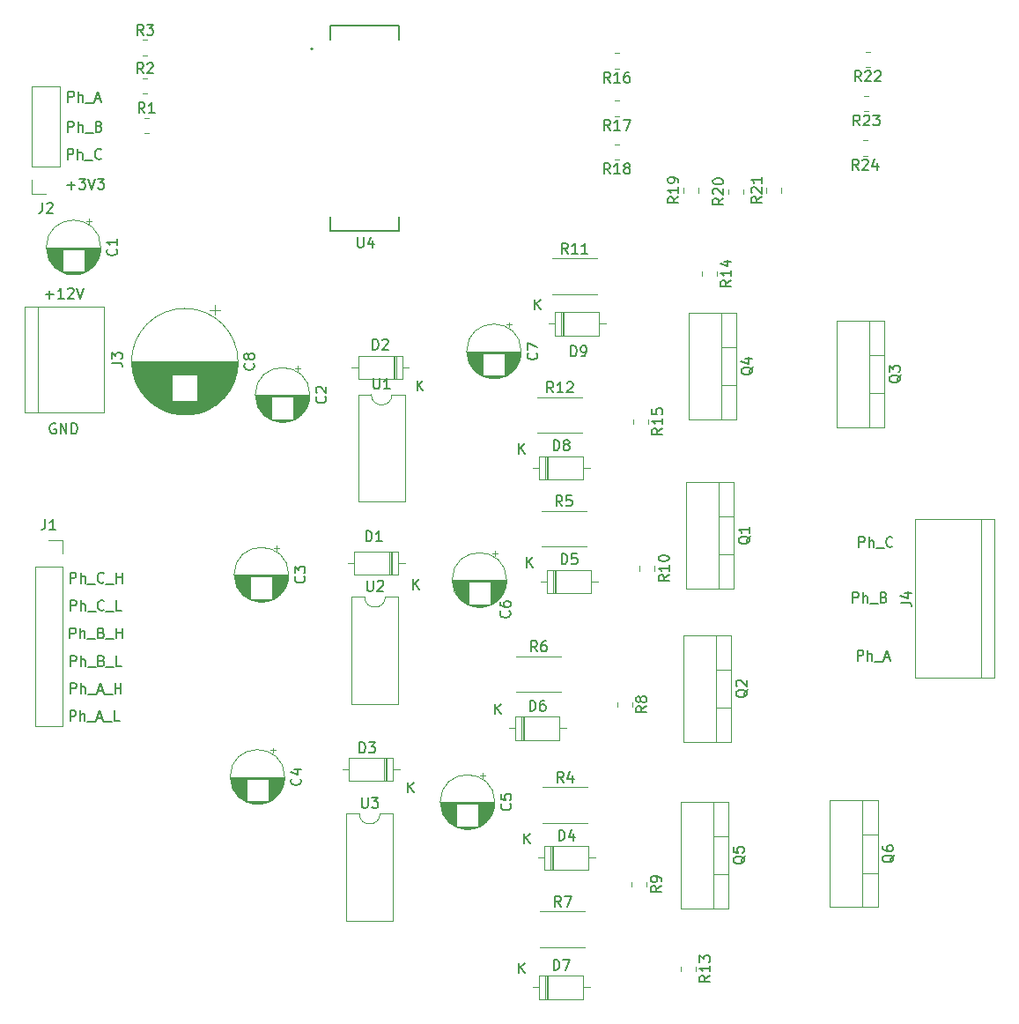
<source format=gto>
%TF.GenerationSoftware,KiCad,Pcbnew,(5.1.8)-1*%
%TF.CreationDate,2020-12-20T02:03:12+03:00*%
%TF.ProjectId,BLDC_SensorlessWithLM339,424c4443-5f53-4656-9e73-6f726c657373,0.3*%
%TF.SameCoordinates,Original*%
%TF.FileFunction,Legend,Top*%
%TF.FilePolarity,Positive*%
%FSLAX46Y46*%
G04 Gerber Fmt 4.6, Leading zero omitted, Abs format (unit mm)*
G04 Created by KiCad (PCBNEW (5.1.8)-1) date 2020-12-20 02:03:12*
%MOMM*%
%LPD*%
G01*
G04 APERTURE LIST*
%ADD10C,0.150000*%
%ADD11C,0.200000*%
%ADD12C,0.127000*%
%ADD13C,0.120000*%
G04 APERTURE END LIST*
D10*
X17556361Y-27884380D02*
X17556361Y-26884380D01*
X17937314Y-26884380D01*
X18032552Y-26932000D01*
X18080171Y-26979619D01*
X18127790Y-27074857D01*
X18127790Y-27217714D01*
X18080171Y-27312952D01*
X18032552Y-27360571D01*
X17937314Y-27408190D01*
X17556361Y-27408190D01*
X18556361Y-27884380D02*
X18556361Y-26884380D01*
X18984933Y-27884380D02*
X18984933Y-27360571D01*
X18937314Y-27265333D01*
X18842076Y-27217714D01*
X18699219Y-27217714D01*
X18603980Y-27265333D01*
X18556361Y-27312952D01*
X19223028Y-27979619D02*
X19984933Y-27979619D01*
X20794457Y-27789142D02*
X20746838Y-27836761D01*
X20603980Y-27884380D01*
X20508742Y-27884380D01*
X20365885Y-27836761D01*
X20270647Y-27741523D01*
X20223028Y-27646285D01*
X20175409Y-27455809D01*
X20175409Y-27312952D01*
X20223028Y-27122476D01*
X20270647Y-27027238D01*
X20365885Y-26932000D01*
X20508742Y-26884380D01*
X20603980Y-26884380D01*
X20746838Y-26932000D01*
X20794457Y-26979619D01*
X93497590Y-76042780D02*
X93497590Y-75042780D01*
X93878542Y-75042780D01*
X93973780Y-75090400D01*
X94021400Y-75138019D01*
X94069019Y-75233257D01*
X94069019Y-75376114D01*
X94021400Y-75471352D01*
X93973780Y-75518971D01*
X93878542Y-75566590D01*
X93497590Y-75566590D01*
X94497590Y-76042780D02*
X94497590Y-75042780D01*
X94926161Y-76042780D02*
X94926161Y-75518971D01*
X94878542Y-75423733D01*
X94783304Y-75376114D01*
X94640447Y-75376114D01*
X94545209Y-75423733D01*
X94497590Y-75471352D01*
X95164257Y-76138019D02*
X95926161Y-76138019D01*
X96116638Y-75757066D02*
X96592828Y-75757066D01*
X96021400Y-76042780D02*
X96354733Y-75042780D01*
X96688066Y-76042780D01*
X93045161Y-70480180D02*
X93045161Y-69480180D01*
X93426114Y-69480180D01*
X93521352Y-69527800D01*
X93568971Y-69575419D01*
X93616590Y-69670657D01*
X93616590Y-69813514D01*
X93568971Y-69908752D01*
X93521352Y-69956371D01*
X93426114Y-70003990D01*
X93045161Y-70003990D01*
X94045161Y-70480180D02*
X94045161Y-69480180D01*
X94473733Y-70480180D02*
X94473733Y-69956371D01*
X94426114Y-69861133D01*
X94330876Y-69813514D01*
X94188019Y-69813514D01*
X94092780Y-69861133D01*
X94045161Y-69908752D01*
X94711828Y-70575419D02*
X95473733Y-70575419D01*
X96045161Y-69956371D02*
X96188019Y-70003990D01*
X96235638Y-70051609D01*
X96283257Y-70146847D01*
X96283257Y-70289704D01*
X96235638Y-70384942D01*
X96188019Y-70432561D01*
X96092780Y-70480180D01*
X95711828Y-70480180D01*
X95711828Y-69480180D01*
X96045161Y-69480180D01*
X96140400Y-69527800D01*
X96188019Y-69575419D01*
X96235638Y-69670657D01*
X96235638Y-69765895D01*
X96188019Y-69861133D01*
X96140400Y-69908752D01*
X96045161Y-69956371D01*
X95711828Y-69956371D01*
X93629361Y-65146180D02*
X93629361Y-64146180D01*
X94010314Y-64146180D01*
X94105552Y-64193800D01*
X94153171Y-64241419D01*
X94200790Y-64336657D01*
X94200790Y-64479514D01*
X94153171Y-64574752D01*
X94105552Y-64622371D01*
X94010314Y-64669990D01*
X93629361Y-64669990D01*
X94629361Y-65146180D02*
X94629361Y-64146180D01*
X95057933Y-65146180D02*
X95057933Y-64622371D01*
X95010314Y-64527133D01*
X94915076Y-64479514D01*
X94772219Y-64479514D01*
X94676980Y-64527133D01*
X94629361Y-64574752D01*
X95296028Y-65241419D02*
X96057933Y-65241419D01*
X96867457Y-65050942D02*
X96819838Y-65098561D01*
X96676980Y-65146180D01*
X96581742Y-65146180D01*
X96438885Y-65098561D01*
X96343647Y-65003323D01*
X96296028Y-64908085D01*
X96248409Y-64717609D01*
X96248409Y-64574752D01*
X96296028Y-64384276D01*
X96343647Y-64289038D01*
X96438885Y-64193800D01*
X96581742Y-64146180D01*
X96676980Y-64146180D01*
X96819838Y-64193800D01*
X96867457Y-64241419D01*
X16408495Y-53297200D02*
X16313257Y-53249580D01*
X16170400Y-53249580D01*
X16027542Y-53297200D01*
X15932304Y-53392438D01*
X15884685Y-53487676D01*
X15837066Y-53678152D01*
X15837066Y-53821009D01*
X15884685Y-54011485D01*
X15932304Y-54106723D01*
X16027542Y-54201961D01*
X16170400Y-54249580D01*
X16265638Y-54249580D01*
X16408495Y-54201961D01*
X16456114Y-54154342D01*
X16456114Y-53821009D01*
X16265638Y-53821009D01*
X16884685Y-54249580D02*
X16884685Y-53249580D01*
X17456114Y-54249580D01*
X17456114Y-53249580D01*
X17932304Y-54249580D02*
X17932304Y-53249580D01*
X18170400Y-53249580D01*
X18313257Y-53297200D01*
X18408495Y-53392438D01*
X18456114Y-53487676D01*
X18503733Y-53678152D01*
X18503733Y-53821009D01*
X18456114Y-54011485D01*
X18408495Y-54106723D01*
X18313257Y-54201961D01*
X18170400Y-54249580D01*
X17932304Y-54249580D01*
X15459295Y-40863828D02*
X16221200Y-40863828D01*
X15840247Y-41244780D02*
X15840247Y-40482876D01*
X17221200Y-41244780D02*
X16649771Y-41244780D01*
X16935485Y-41244780D02*
X16935485Y-40244780D01*
X16840247Y-40387638D01*
X16745009Y-40482876D01*
X16649771Y-40530495D01*
X17602152Y-40340019D02*
X17649771Y-40292400D01*
X17745009Y-40244780D01*
X17983104Y-40244780D01*
X18078342Y-40292400D01*
X18125961Y-40340019D01*
X18173580Y-40435257D01*
X18173580Y-40530495D01*
X18125961Y-40673352D01*
X17554533Y-41244780D01*
X18173580Y-41244780D01*
X18459295Y-40244780D02*
X18792628Y-41244780D01*
X19125961Y-40244780D01*
X17516695Y-30373628D02*
X18278600Y-30373628D01*
X17897647Y-30754580D02*
X17897647Y-29992676D01*
X18659552Y-29754580D02*
X19278600Y-29754580D01*
X18945266Y-30135533D01*
X19088123Y-30135533D01*
X19183361Y-30183152D01*
X19230980Y-30230771D01*
X19278600Y-30326009D01*
X19278600Y-30564104D01*
X19230980Y-30659342D01*
X19183361Y-30706961D01*
X19088123Y-30754580D01*
X18802409Y-30754580D01*
X18707171Y-30706961D01*
X18659552Y-30659342D01*
X19564314Y-29754580D02*
X19897647Y-30754580D01*
X20230980Y-29754580D01*
X20469076Y-29754580D02*
X21088123Y-29754580D01*
X20754790Y-30135533D01*
X20897647Y-30135533D01*
X20992885Y-30183152D01*
X21040504Y-30230771D01*
X21088123Y-30326009D01*
X21088123Y-30564104D01*
X21040504Y-30659342D01*
X20992885Y-30706961D01*
X20897647Y-30754580D01*
X20611933Y-30754580D01*
X20516695Y-30706961D01*
X20469076Y-30659342D01*
X17807276Y-81859380D02*
X17807276Y-80859380D01*
X18188228Y-80859380D01*
X18283466Y-80907000D01*
X18331085Y-80954619D01*
X18378704Y-81049857D01*
X18378704Y-81192714D01*
X18331085Y-81287952D01*
X18283466Y-81335571D01*
X18188228Y-81383190D01*
X17807276Y-81383190D01*
X18807276Y-81859380D02*
X18807276Y-80859380D01*
X19235847Y-81859380D02*
X19235847Y-81335571D01*
X19188228Y-81240333D01*
X19092990Y-81192714D01*
X18950133Y-81192714D01*
X18854895Y-81240333D01*
X18807276Y-81287952D01*
X19473942Y-81954619D02*
X20235847Y-81954619D01*
X20426323Y-81573666D02*
X20902514Y-81573666D01*
X20331085Y-81859380D02*
X20664419Y-80859380D01*
X20997752Y-81859380D01*
X21092990Y-81954619D02*
X21854895Y-81954619D01*
X22569180Y-81859380D02*
X22092990Y-81859380D01*
X22092990Y-80859380D01*
X17840628Y-79217780D02*
X17840628Y-78217780D01*
X18221580Y-78217780D01*
X18316819Y-78265400D01*
X18364438Y-78313019D01*
X18412057Y-78408257D01*
X18412057Y-78551114D01*
X18364438Y-78646352D01*
X18316819Y-78693971D01*
X18221580Y-78741590D01*
X17840628Y-78741590D01*
X18840628Y-79217780D02*
X18840628Y-78217780D01*
X19269200Y-79217780D02*
X19269200Y-78693971D01*
X19221580Y-78598733D01*
X19126342Y-78551114D01*
X18983485Y-78551114D01*
X18888247Y-78598733D01*
X18840628Y-78646352D01*
X19507295Y-79313019D02*
X20269200Y-79313019D01*
X20459676Y-78932066D02*
X20935866Y-78932066D01*
X20364438Y-79217780D02*
X20697771Y-78217780D01*
X21031104Y-79217780D01*
X21126342Y-79313019D02*
X21888247Y-79313019D01*
X22126342Y-79217780D02*
X22126342Y-78217780D01*
X22126342Y-78693971D02*
X22697771Y-78693971D01*
X22697771Y-79217780D02*
X22697771Y-78217780D01*
X17837447Y-76576180D02*
X17837447Y-75576180D01*
X18218400Y-75576180D01*
X18313638Y-75623800D01*
X18361257Y-75671419D01*
X18408876Y-75766657D01*
X18408876Y-75909514D01*
X18361257Y-76004752D01*
X18313638Y-76052371D01*
X18218400Y-76099990D01*
X17837447Y-76099990D01*
X18837447Y-76576180D02*
X18837447Y-75576180D01*
X19266019Y-76576180D02*
X19266019Y-76052371D01*
X19218400Y-75957133D01*
X19123161Y-75909514D01*
X18980304Y-75909514D01*
X18885066Y-75957133D01*
X18837447Y-76004752D01*
X19504114Y-76671419D02*
X20266019Y-76671419D01*
X20837447Y-76052371D02*
X20980304Y-76099990D01*
X21027923Y-76147609D01*
X21075542Y-76242847D01*
X21075542Y-76385704D01*
X21027923Y-76480942D01*
X20980304Y-76528561D01*
X20885066Y-76576180D01*
X20504114Y-76576180D01*
X20504114Y-75576180D01*
X20837447Y-75576180D01*
X20932685Y-75623800D01*
X20980304Y-75671419D01*
X21027923Y-75766657D01*
X21027923Y-75861895D01*
X20980304Y-75957133D01*
X20932685Y-76004752D01*
X20837447Y-76052371D01*
X20504114Y-76052371D01*
X21266019Y-76671419D02*
X22027923Y-76671419D01*
X22742209Y-76576180D02*
X22266019Y-76576180D01*
X22266019Y-75576180D01*
X17794600Y-73909180D02*
X17794600Y-72909180D01*
X18175552Y-72909180D01*
X18270790Y-72956800D01*
X18318409Y-73004419D01*
X18366028Y-73099657D01*
X18366028Y-73242514D01*
X18318409Y-73337752D01*
X18270790Y-73385371D01*
X18175552Y-73432990D01*
X17794600Y-73432990D01*
X18794600Y-73909180D02*
X18794600Y-72909180D01*
X19223171Y-73909180D02*
X19223171Y-73385371D01*
X19175552Y-73290133D01*
X19080314Y-73242514D01*
X18937457Y-73242514D01*
X18842219Y-73290133D01*
X18794600Y-73337752D01*
X19461266Y-74004419D02*
X20223171Y-74004419D01*
X20794600Y-73385371D02*
X20937457Y-73432990D01*
X20985076Y-73480609D01*
X21032695Y-73575847D01*
X21032695Y-73718704D01*
X20985076Y-73813942D01*
X20937457Y-73861561D01*
X20842219Y-73909180D01*
X20461266Y-73909180D01*
X20461266Y-72909180D01*
X20794600Y-72909180D01*
X20889838Y-72956800D01*
X20937457Y-73004419D01*
X20985076Y-73099657D01*
X20985076Y-73194895D01*
X20937457Y-73290133D01*
X20889838Y-73337752D01*
X20794600Y-73385371D01*
X20461266Y-73385371D01*
X21223171Y-74004419D02*
X21985076Y-74004419D01*
X22223171Y-73909180D02*
X22223171Y-72909180D01*
X22223171Y-73385371D02*
X22794600Y-73385371D01*
X22794600Y-73909180D02*
X22794600Y-72909180D01*
X17837447Y-71242180D02*
X17837447Y-70242180D01*
X18218400Y-70242180D01*
X18313638Y-70289800D01*
X18361257Y-70337419D01*
X18408876Y-70432657D01*
X18408876Y-70575514D01*
X18361257Y-70670752D01*
X18313638Y-70718371D01*
X18218400Y-70765990D01*
X17837447Y-70765990D01*
X18837447Y-71242180D02*
X18837447Y-70242180D01*
X19266019Y-71242180D02*
X19266019Y-70718371D01*
X19218400Y-70623133D01*
X19123161Y-70575514D01*
X18980304Y-70575514D01*
X18885066Y-70623133D01*
X18837447Y-70670752D01*
X19504114Y-71337419D02*
X20266019Y-71337419D01*
X21075542Y-71146942D02*
X21027923Y-71194561D01*
X20885066Y-71242180D01*
X20789828Y-71242180D01*
X20646971Y-71194561D01*
X20551733Y-71099323D01*
X20504114Y-71004085D01*
X20456495Y-70813609D01*
X20456495Y-70670752D01*
X20504114Y-70480276D01*
X20551733Y-70385038D01*
X20646971Y-70289800D01*
X20789828Y-70242180D01*
X20885066Y-70242180D01*
X21027923Y-70289800D01*
X21075542Y-70337419D01*
X21266019Y-71337419D02*
X22027923Y-71337419D01*
X22742209Y-71242180D02*
X22266019Y-71242180D01*
X22266019Y-70242180D01*
X17820000Y-68600580D02*
X17820000Y-67600580D01*
X18200952Y-67600580D01*
X18296190Y-67648200D01*
X18343809Y-67695819D01*
X18391428Y-67791057D01*
X18391428Y-67933914D01*
X18343809Y-68029152D01*
X18296190Y-68076771D01*
X18200952Y-68124390D01*
X17820000Y-68124390D01*
X18820000Y-68600580D02*
X18820000Y-67600580D01*
X19248571Y-68600580D02*
X19248571Y-68076771D01*
X19200952Y-67981533D01*
X19105714Y-67933914D01*
X18962857Y-67933914D01*
X18867619Y-67981533D01*
X18820000Y-68029152D01*
X19486666Y-68695819D02*
X20248571Y-68695819D01*
X21058095Y-68505342D02*
X21010476Y-68552961D01*
X20867619Y-68600580D01*
X20772380Y-68600580D01*
X20629523Y-68552961D01*
X20534285Y-68457723D01*
X20486666Y-68362485D01*
X20439047Y-68172009D01*
X20439047Y-68029152D01*
X20486666Y-67838676D01*
X20534285Y-67743438D01*
X20629523Y-67648200D01*
X20772380Y-67600580D01*
X20867619Y-67600580D01*
X21010476Y-67648200D01*
X21058095Y-67695819D01*
X21248571Y-68695819D02*
X22010476Y-68695819D01*
X22248571Y-68600580D02*
X22248571Y-67600580D01*
X22248571Y-68076771D02*
X22820000Y-68076771D01*
X22820000Y-68600580D02*
X22820000Y-67600580D01*
X17607161Y-25242780D02*
X17607161Y-24242780D01*
X17988114Y-24242780D01*
X18083352Y-24290400D01*
X18130971Y-24338019D01*
X18178590Y-24433257D01*
X18178590Y-24576114D01*
X18130971Y-24671352D01*
X18083352Y-24718971D01*
X17988114Y-24766590D01*
X17607161Y-24766590D01*
X18607161Y-25242780D02*
X18607161Y-24242780D01*
X19035733Y-25242780D02*
X19035733Y-24718971D01*
X18988114Y-24623733D01*
X18892876Y-24576114D01*
X18750019Y-24576114D01*
X18654780Y-24623733D01*
X18607161Y-24671352D01*
X19273828Y-25338019D02*
X20035733Y-25338019D01*
X20607161Y-24718971D02*
X20750019Y-24766590D01*
X20797638Y-24814209D01*
X20845257Y-24909447D01*
X20845257Y-25052304D01*
X20797638Y-25147542D01*
X20750019Y-25195161D01*
X20654780Y-25242780D01*
X20273828Y-25242780D01*
X20273828Y-24242780D01*
X20607161Y-24242780D01*
X20702400Y-24290400D01*
X20750019Y-24338019D01*
X20797638Y-24433257D01*
X20797638Y-24528495D01*
X20750019Y-24623733D01*
X20702400Y-24671352D01*
X20607161Y-24718971D01*
X20273828Y-24718971D01*
X17627790Y-22372580D02*
X17627790Y-21372580D01*
X18008742Y-21372580D01*
X18103980Y-21420200D01*
X18151600Y-21467819D01*
X18199219Y-21563057D01*
X18199219Y-21705914D01*
X18151600Y-21801152D01*
X18103980Y-21848771D01*
X18008742Y-21896390D01*
X17627790Y-21896390D01*
X18627790Y-22372580D02*
X18627790Y-21372580D01*
X19056361Y-22372580D02*
X19056361Y-21848771D01*
X19008742Y-21753533D01*
X18913504Y-21705914D01*
X18770647Y-21705914D01*
X18675409Y-21753533D01*
X18627790Y-21801152D01*
X19294457Y-22467819D02*
X20056361Y-22467819D01*
X20246838Y-22086866D02*
X20723028Y-22086866D01*
X20151600Y-22372580D02*
X20484933Y-21372580D01*
X20818266Y-22372580D01*
D11*
%TO.C,U4*%
X41146000Y-17272000D02*
G75*
G03*
X41146000Y-17272000I-100000J0D01*
G01*
D12*
X42801000Y-16367000D02*
X42801000Y-15047000D01*
X42801000Y-15047000D02*
X49401000Y-15047000D01*
X49401000Y-15047000D02*
X49401000Y-16367000D01*
X49401000Y-33417000D02*
X49401000Y-34737000D01*
X49401000Y-34737000D02*
X42801000Y-34737000D01*
X42801000Y-34737000D02*
X42801000Y-33417000D01*
D13*
%TO.C,U3*%
X45609000Y-90745000D02*
X44359000Y-90745000D01*
X44359000Y-90745000D02*
X44359000Y-101025000D01*
X44359000Y-101025000D02*
X48859000Y-101025000D01*
X48859000Y-101025000D02*
X48859000Y-90745000D01*
X48859000Y-90745000D02*
X47609000Y-90745000D01*
X47609000Y-90745000D02*
G75*
G02*
X45609000Y-90745000I-1000000J0D01*
G01*
%TO.C,U2*%
X46117000Y-69917000D02*
X44867000Y-69917000D01*
X44867000Y-69917000D02*
X44867000Y-80197000D01*
X44867000Y-80197000D02*
X49367000Y-80197000D01*
X49367000Y-80197000D02*
X49367000Y-69917000D01*
X49367000Y-69917000D02*
X48117000Y-69917000D01*
X48117000Y-69917000D02*
G75*
G02*
X46117000Y-69917000I-1000000J0D01*
G01*
%TO.C,U1*%
X46752000Y-50486000D02*
X45502000Y-50486000D01*
X45502000Y-50486000D02*
X45502000Y-60766000D01*
X45502000Y-60766000D02*
X50002000Y-60766000D01*
X50002000Y-60766000D02*
X50002000Y-50486000D01*
X50002000Y-50486000D02*
X48752000Y-50486000D01*
X48752000Y-50486000D02*
G75*
G02*
X46752000Y-50486000I-1000000J0D01*
G01*
%TO.C,R24*%
X94461064Y-27532000D02*
X94006936Y-27532000D01*
X94461064Y-26062000D02*
X94006936Y-26062000D01*
%TO.C,R23*%
X94588064Y-23277500D02*
X94133936Y-23277500D01*
X94588064Y-21807500D02*
X94133936Y-21807500D01*
%TO.C,R22*%
X94715064Y-19023000D02*
X94260936Y-19023000D01*
X94715064Y-17553000D02*
X94260936Y-17553000D01*
%TO.C,R21*%
X84736000Y-31088064D02*
X84736000Y-30633936D01*
X86206000Y-31088064D02*
X86206000Y-30633936D01*
%TO.C,R20*%
X81053000Y-31215064D02*
X81053000Y-30760936D01*
X82523000Y-31215064D02*
X82523000Y-30760936D01*
%TO.C,R19*%
X76735000Y-31088064D02*
X76735000Y-30633936D01*
X78205000Y-31088064D02*
X78205000Y-30633936D01*
%TO.C,R18*%
X70585064Y-27913000D02*
X70130936Y-27913000D01*
X70585064Y-26443000D02*
X70130936Y-26443000D01*
%TO.C,R17*%
X70585064Y-23722000D02*
X70130936Y-23722000D01*
X70585064Y-22252000D02*
X70130936Y-22252000D01*
%TO.C,R16*%
X70585064Y-19150000D02*
X70130936Y-19150000D01*
X70585064Y-17680000D02*
X70130936Y-17680000D01*
%TO.C,R15*%
X73379000Y-52858936D02*
X73379000Y-53313064D01*
X71909000Y-52858936D02*
X71909000Y-53313064D01*
%TO.C,R14*%
X79983000Y-38634936D02*
X79983000Y-39089064D01*
X78513000Y-38634936D02*
X78513000Y-39089064D01*
%TO.C,R13*%
X77951000Y-105436936D02*
X77951000Y-105891064D01*
X76481000Y-105436936D02*
X76481000Y-105891064D01*
%TO.C,R12*%
X62719936Y-50741000D02*
X67074064Y-50741000D01*
X62719936Y-54161000D02*
X67074064Y-54161000D01*
%TO.C,R11*%
X64116936Y-37406000D02*
X68471064Y-37406000D01*
X64116936Y-40826000D02*
X68471064Y-40826000D01*
%TO.C,R10*%
X74014000Y-66955936D02*
X74014000Y-67410064D01*
X72544000Y-66955936D02*
X72544000Y-67410064D01*
%TO.C,R9*%
X73252000Y-97308936D02*
X73252000Y-97763064D01*
X71782000Y-97308936D02*
X71782000Y-97763064D01*
%TO.C,R8*%
X71855000Y-80036936D02*
X71855000Y-80491064D01*
X70385000Y-80036936D02*
X70385000Y-80491064D01*
%TO.C,R7*%
X62973936Y-100144000D02*
X67328064Y-100144000D01*
X62973936Y-103564000D02*
X67328064Y-103564000D01*
%TO.C,R6*%
X60687936Y-75633000D02*
X65042064Y-75633000D01*
X60687936Y-79053000D02*
X65042064Y-79053000D01*
%TO.C,R5*%
X63100936Y-61663000D02*
X67455064Y-61663000D01*
X63100936Y-65083000D02*
X67455064Y-65083000D01*
%TO.C,R4*%
X63227936Y-88206000D02*
X67582064Y-88206000D01*
X63227936Y-91626000D02*
X67582064Y-91626000D01*
%TO.C,R3*%
X24791936Y-16410000D02*
X25246064Y-16410000D01*
X24791936Y-17880000D02*
X25246064Y-17880000D01*
%TO.C,R2*%
X24791936Y-20093000D02*
X25246064Y-20093000D01*
X24791936Y-21563000D02*
X25246064Y-21563000D01*
%TO.C,R1*%
X24918936Y-23903000D02*
X25373064Y-23903000D01*
X24918936Y-25373000D02*
X25373064Y-25373000D01*
%TO.C,Q6*%
X95472000Y-89495000D02*
X95472000Y-99735000D01*
X90831000Y-89495000D02*
X90831000Y-99735000D01*
X95472000Y-89495000D02*
X90831000Y-89495000D01*
X95472000Y-99735000D02*
X90831000Y-99735000D01*
X93962000Y-89495000D02*
X93962000Y-99735000D01*
X95472000Y-92765000D02*
X93962000Y-92765000D01*
X95472000Y-96466000D02*
X93962000Y-96466000D01*
%TO.C,Q5*%
X81121000Y-89622000D02*
X81121000Y-99862000D01*
X76480000Y-89622000D02*
X76480000Y-99862000D01*
X81121000Y-89622000D02*
X76480000Y-89622000D01*
X81121000Y-99862000D02*
X76480000Y-99862000D01*
X79611000Y-89622000D02*
X79611000Y-99862000D01*
X81121000Y-92892000D02*
X79611000Y-92892000D01*
X81121000Y-96593000D02*
X79611000Y-96593000D01*
%TO.C,Q4*%
X81883000Y-42632000D02*
X81883000Y-52872000D01*
X77242000Y-42632000D02*
X77242000Y-52872000D01*
X81883000Y-42632000D02*
X77242000Y-42632000D01*
X81883000Y-52872000D02*
X77242000Y-52872000D01*
X80373000Y-42632000D02*
X80373000Y-52872000D01*
X81883000Y-45902000D02*
X80373000Y-45902000D01*
X81883000Y-49603000D02*
X80373000Y-49603000D01*
%TO.C,Q3*%
X96107000Y-43394000D02*
X96107000Y-53634000D01*
X91466000Y-43394000D02*
X91466000Y-53634000D01*
X96107000Y-43394000D02*
X91466000Y-43394000D01*
X96107000Y-53634000D02*
X91466000Y-53634000D01*
X94597000Y-43394000D02*
X94597000Y-53634000D01*
X96107000Y-46664000D02*
X94597000Y-46664000D01*
X96107000Y-50365000D02*
X94597000Y-50365000D01*
%TO.C,Q2*%
X81375000Y-73620000D02*
X81375000Y-83860000D01*
X76734000Y-73620000D02*
X76734000Y-83860000D01*
X81375000Y-73620000D02*
X76734000Y-73620000D01*
X81375000Y-83860000D02*
X76734000Y-83860000D01*
X79865000Y-73620000D02*
X79865000Y-83860000D01*
X81375000Y-76890000D02*
X79865000Y-76890000D01*
X81375000Y-80591000D02*
X79865000Y-80591000D01*
%TO.C,Q1*%
X81629000Y-58888000D02*
X81629000Y-69128000D01*
X76988000Y-58888000D02*
X76988000Y-69128000D01*
X81629000Y-58888000D02*
X76988000Y-58888000D01*
X81629000Y-69128000D02*
X76988000Y-69128000D01*
X80119000Y-58888000D02*
X80119000Y-69128000D01*
X81629000Y-62158000D02*
X80119000Y-62158000D01*
X81629000Y-65859000D02*
X80119000Y-65859000D01*
%TO.C,J4*%
X106680000Y-77724000D02*
X99060000Y-77724000D01*
X106680000Y-62484000D02*
X99060000Y-62484000D01*
X105410000Y-77724000D02*
X105410000Y-62484000D01*
X99060000Y-77724000D02*
X99060000Y-62484000D01*
X106680000Y-77724000D02*
X106680000Y-62484000D01*
%TO.C,J3*%
X14732000Y-52197000D02*
X14732000Y-42037000D01*
X13462000Y-52197000D02*
X21082000Y-52197000D01*
X21082000Y-52197000D02*
X21082000Y-42037000D01*
X21082000Y-42037000D02*
X13462000Y-42037000D01*
X13462000Y-42037000D02*
X13462000Y-52197000D01*
%TO.C,J2*%
X16798600Y-28575000D02*
X14138600Y-28575000D01*
X16798600Y-28575000D02*
X16798600Y-20895000D01*
X16798600Y-20895000D02*
X14138600Y-20895000D01*
X14138600Y-28575000D02*
X14138600Y-20895000D01*
X14138600Y-31175000D02*
X14138600Y-29845000D01*
X15468600Y-31175000D02*
X14138600Y-31175000D01*
%TO.C,J1*%
X14418000Y-67056000D02*
X17078000Y-67056000D01*
X14418000Y-67056000D02*
X14418000Y-82356000D01*
X14418000Y-82356000D02*
X17078000Y-82356000D01*
X17078000Y-67056000D02*
X17078000Y-82356000D01*
X17078000Y-64456000D02*
X17078000Y-65786000D01*
X15748000Y-64456000D02*
X17078000Y-64456000D01*
%TO.C,D9*%
X64428000Y-42568000D02*
X64428000Y-44808000D01*
X64428000Y-44808000D02*
X68668000Y-44808000D01*
X68668000Y-44808000D02*
X68668000Y-42568000D01*
X68668000Y-42568000D02*
X64428000Y-42568000D01*
X63778000Y-43688000D02*
X64428000Y-43688000D01*
X69318000Y-43688000D02*
X68668000Y-43688000D01*
X65148000Y-42568000D02*
X65148000Y-44808000D01*
X65268000Y-42568000D02*
X65268000Y-44808000D01*
X65028000Y-42568000D02*
X65028000Y-44808000D01*
%TO.C,D8*%
X62904000Y-56411000D02*
X62904000Y-58651000D01*
X62904000Y-58651000D02*
X67144000Y-58651000D01*
X67144000Y-58651000D02*
X67144000Y-56411000D01*
X67144000Y-56411000D02*
X62904000Y-56411000D01*
X62254000Y-57531000D02*
X62904000Y-57531000D01*
X67794000Y-57531000D02*
X67144000Y-57531000D01*
X63624000Y-56411000D02*
X63624000Y-58651000D01*
X63744000Y-56411000D02*
X63744000Y-58651000D01*
X63504000Y-56411000D02*
X63504000Y-58651000D01*
%TO.C,D7*%
X62904000Y-106322000D02*
X62904000Y-108562000D01*
X62904000Y-108562000D02*
X67144000Y-108562000D01*
X67144000Y-108562000D02*
X67144000Y-106322000D01*
X67144000Y-106322000D02*
X62904000Y-106322000D01*
X62254000Y-107442000D02*
X62904000Y-107442000D01*
X67794000Y-107442000D02*
X67144000Y-107442000D01*
X63624000Y-106322000D02*
X63624000Y-108562000D01*
X63744000Y-106322000D02*
X63744000Y-108562000D01*
X63504000Y-106322000D02*
X63504000Y-108562000D01*
%TO.C,D6*%
X60618000Y-81430000D02*
X60618000Y-83670000D01*
X60618000Y-83670000D02*
X64858000Y-83670000D01*
X64858000Y-83670000D02*
X64858000Y-81430000D01*
X64858000Y-81430000D02*
X60618000Y-81430000D01*
X59968000Y-82550000D02*
X60618000Y-82550000D01*
X65508000Y-82550000D02*
X64858000Y-82550000D01*
X61338000Y-81430000D02*
X61338000Y-83670000D01*
X61458000Y-81430000D02*
X61458000Y-83670000D01*
X61218000Y-81430000D02*
X61218000Y-83670000D01*
%TO.C,D5*%
X63666000Y-67333000D02*
X63666000Y-69573000D01*
X63666000Y-69573000D02*
X67906000Y-69573000D01*
X67906000Y-69573000D02*
X67906000Y-67333000D01*
X67906000Y-67333000D02*
X63666000Y-67333000D01*
X63016000Y-68453000D02*
X63666000Y-68453000D01*
X68556000Y-68453000D02*
X67906000Y-68453000D01*
X64386000Y-67333000D02*
X64386000Y-69573000D01*
X64506000Y-67333000D02*
X64506000Y-69573000D01*
X64266000Y-67333000D02*
X64266000Y-69573000D01*
%TO.C,D4*%
X63412000Y-93876000D02*
X63412000Y-96116000D01*
X63412000Y-96116000D02*
X67652000Y-96116000D01*
X67652000Y-96116000D02*
X67652000Y-93876000D01*
X67652000Y-93876000D02*
X63412000Y-93876000D01*
X62762000Y-94996000D02*
X63412000Y-94996000D01*
X68302000Y-94996000D02*
X67652000Y-94996000D01*
X64132000Y-93876000D02*
X64132000Y-96116000D01*
X64252000Y-93876000D02*
X64252000Y-96116000D01*
X64012000Y-93876000D02*
X64012000Y-96116000D01*
%TO.C,D3*%
X48856000Y-87607000D02*
X48856000Y-85367000D01*
X48856000Y-85367000D02*
X44616000Y-85367000D01*
X44616000Y-85367000D02*
X44616000Y-87607000D01*
X44616000Y-87607000D02*
X48856000Y-87607000D01*
X49506000Y-86487000D02*
X48856000Y-86487000D01*
X43966000Y-86487000D02*
X44616000Y-86487000D01*
X48136000Y-87607000D02*
X48136000Y-85367000D01*
X48016000Y-87607000D02*
X48016000Y-85367000D01*
X48256000Y-87607000D02*
X48256000Y-85367000D01*
%TO.C,D2*%
X49745000Y-48999000D02*
X49745000Y-46759000D01*
X49745000Y-46759000D02*
X45505000Y-46759000D01*
X45505000Y-46759000D02*
X45505000Y-48999000D01*
X45505000Y-48999000D02*
X49745000Y-48999000D01*
X50395000Y-47879000D02*
X49745000Y-47879000D01*
X44855000Y-47879000D02*
X45505000Y-47879000D01*
X49025000Y-48999000D02*
X49025000Y-46759000D01*
X48905000Y-48999000D02*
X48905000Y-46759000D01*
X49145000Y-48999000D02*
X49145000Y-46759000D01*
%TO.C,D1*%
X49364000Y-67795000D02*
X49364000Y-65555000D01*
X49364000Y-65555000D02*
X45124000Y-65555000D01*
X45124000Y-65555000D02*
X45124000Y-67795000D01*
X45124000Y-67795000D02*
X49364000Y-67795000D01*
X50014000Y-66675000D02*
X49364000Y-66675000D01*
X44474000Y-66675000D02*
X45124000Y-66675000D01*
X48644000Y-67795000D02*
X48644000Y-65555000D01*
X48524000Y-67795000D02*
X48524000Y-65555000D01*
X48764000Y-67795000D02*
X48764000Y-65555000D01*
%TO.C,C8*%
X33949000Y-47331000D02*
G75*
G03*
X33949000Y-47331000I-5120000J0D01*
G01*
X33909000Y-47331000D02*
X23749000Y-47331000D01*
X33909000Y-47371000D02*
X23749000Y-47371000D01*
X33909000Y-47411000D02*
X23749000Y-47411000D01*
X33908000Y-47451000D02*
X23750000Y-47451000D01*
X33907000Y-47491000D02*
X23751000Y-47491000D01*
X33906000Y-47531000D02*
X23752000Y-47531000D01*
X33904000Y-47571000D02*
X23754000Y-47571000D01*
X33902000Y-47611000D02*
X23756000Y-47611000D01*
X33899000Y-47651000D02*
X23759000Y-47651000D01*
X33897000Y-47691000D02*
X23761000Y-47691000D01*
X33894000Y-47731000D02*
X23764000Y-47731000D01*
X33891000Y-47771000D02*
X23767000Y-47771000D01*
X33887000Y-47811000D02*
X23771000Y-47811000D01*
X33883000Y-47851000D02*
X23775000Y-47851000D01*
X33879000Y-47891000D02*
X23779000Y-47891000D01*
X33874000Y-47931000D02*
X23784000Y-47931000D01*
X33869000Y-47971000D02*
X23789000Y-47971000D01*
X33864000Y-48011000D02*
X23794000Y-48011000D01*
X33859000Y-48052000D02*
X23799000Y-48052000D01*
X33853000Y-48092000D02*
X23805000Y-48092000D01*
X33847000Y-48132000D02*
X23811000Y-48132000D01*
X33840000Y-48172000D02*
X23818000Y-48172000D01*
X33833000Y-48212000D02*
X23825000Y-48212000D01*
X33826000Y-48252000D02*
X23832000Y-48252000D01*
X33819000Y-48292000D02*
X23839000Y-48292000D01*
X33811000Y-48332000D02*
X23847000Y-48332000D01*
X33803000Y-48372000D02*
X23855000Y-48372000D01*
X33794000Y-48412000D02*
X23864000Y-48412000D01*
X33785000Y-48452000D02*
X23873000Y-48452000D01*
X33776000Y-48492000D02*
X23882000Y-48492000D01*
X33767000Y-48532000D02*
X23891000Y-48532000D01*
X33757000Y-48572000D02*
X23901000Y-48572000D01*
X33747000Y-48612000D02*
X30070000Y-48612000D01*
X27588000Y-48612000D02*
X23911000Y-48612000D01*
X33736000Y-48652000D02*
X30070000Y-48652000D01*
X27588000Y-48652000D02*
X23922000Y-48652000D01*
X33726000Y-48692000D02*
X30070000Y-48692000D01*
X27588000Y-48692000D02*
X23932000Y-48692000D01*
X33714000Y-48732000D02*
X30070000Y-48732000D01*
X27588000Y-48732000D02*
X23944000Y-48732000D01*
X33703000Y-48772000D02*
X30070000Y-48772000D01*
X27588000Y-48772000D02*
X23955000Y-48772000D01*
X33691000Y-48812000D02*
X30070000Y-48812000D01*
X27588000Y-48812000D02*
X23967000Y-48812000D01*
X33679000Y-48852000D02*
X30070000Y-48852000D01*
X27588000Y-48852000D02*
X23979000Y-48852000D01*
X33666000Y-48892000D02*
X30070000Y-48892000D01*
X27588000Y-48892000D02*
X23992000Y-48892000D01*
X33653000Y-48932000D02*
X30070000Y-48932000D01*
X27588000Y-48932000D02*
X24005000Y-48932000D01*
X33640000Y-48972000D02*
X30070000Y-48972000D01*
X27588000Y-48972000D02*
X24018000Y-48972000D01*
X33626000Y-49012000D02*
X30070000Y-49012000D01*
X27588000Y-49012000D02*
X24032000Y-49012000D01*
X33612000Y-49052000D02*
X30070000Y-49052000D01*
X27588000Y-49052000D02*
X24046000Y-49052000D01*
X33597000Y-49092000D02*
X30070000Y-49092000D01*
X27588000Y-49092000D02*
X24061000Y-49092000D01*
X33583000Y-49132000D02*
X30070000Y-49132000D01*
X27588000Y-49132000D02*
X24075000Y-49132000D01*
X33567000Y-49172000D02*
X30070000Y-49172000D01*
X27588000Y-49172000D02*
X24091000Y-49172000D01*
X33552000Y-49212000D02*
X30070000Y-49212000D01*
X27588000Y-49212000D02*
X24106000Y-49212000D01*
X33536000Y-49252000D02*
X30070000Y-49252000D01*
X27588000Y-49252000D02*
X24122000Y-49252000D01*
X33519000Y-49292000D02*
X30070000Y-49292000D01*
X27588000Y-49292000D02*
X24139000Y-49292000D01*
X33503000Y-49332000D02*
X30070000Y-49332000D01*
X27588000Y-49332000D02*
X24155000Y-49332000D01*
X33486000Y-49372000D02*
X30070000Y-49372000D01*
X27588000Y-49372000D02*
X24172000Y-49372000D01*
X33468000Y-49412000D02*
X30070000Y-49412000D01*
X27588000Y-49412000D02*
X24190000Y-49412000D01*
X33450000Y-49452000D02*
X30070000Y-49452000D01*
X27588000Y-49452000D02*
X24208000Y-49452000D01*
X33432000Y-49492000D02*
X30070000Y-49492000D01*
X27588000Y-49492000D02*
X24226000Y-49492000D01*
X33413000Y-49532000D02*
X30070000Y-49532000D01*
X27588000Y-49532000D02*
X24245000Y-49532000D01*
X33393000Y-49572000D02*
X30070000Y-49572000D01*
X27588000Y-49572000D02*
X24265000Y-49572000D01*
X33374000Y-49612000D02*
X30070000Y-49612000D01*
X27588000Y-49612000D02*
X24284000Y-49612000D01*
X33354000Y-49652000D02*
X30070000Y-49652000D01*
X27588000Y-49652000D02*
X24304000Y-49652000D01*
X33333000Y-49692000D02*
X30070000Y-49692000D01*
X27588000Y-49692000D02*
X24325000Y-49692000D01*
X33312000Y-49732000D02*
X30070000Y-49732000D01*
X27588000Y-49732000D02*
X24346000Y-49732000D01*
X33291000Y-49772000D02*
X30070000Y-49772000D01*
X27588000Y-49772000D02*
X24367000Y-49772000D01*
X33269000Y-49812000D02*
X30070000Y-49812000D01*
X27588000Y-49812000D02*
X24389000Y-49812000D01*
X33246000Y-49852000D02*
X30070000Y-49852000D01*
X27588000Y-49852000D02*
X24412000Y-49852000D01*
X33224000Y-49892000D02*
X30070000Y-49892000D01*
X27588000Y-49892000D02*
X24434000Y-49892000D01*
X33200000Y-49932000D02*
X30070000Y-49932000D01*
X27588000Y-49932000D02*
X24458000Y-49932000D01*
X33176000Y-49972000D02*
X30070000Y-49972000D01*
X27588000Y-49972000D02*
X24482000Y-49972000D01*
X33152000Y-50012000D02*
X30070000Y-50012000D01*
X27588000Y-50012000D02*
X24506000Y-50012000D01*
X33127000Y-50052000D02*
X30070000Y-50052000D01*
X27588000Y-50052000D02*
X24531000Y-50052000D01*
X33102000Y-50092000D02*
X30070000Y-50092000D01*
X27588000Y-50092000D02*
X24556000Y-50092000D01*
X33076000Y-50132000D02*
X30070000Y-50132000D01*
X27588000Y-50132000D02*
X24582000Y-50132000D01*
X33050000Y-50172000D02*
X30070000Y-50172000D01*
X27588000Y-50172000D02*
X24608000Y-50172000D01*
X33023000Y-50212000D02*
X30070000Y-50212000D01*
X27588000Y-50212000D02*
X24635000Y-50212000D01*
X32995000Y-50252000D02*
X30070000Y-50252000D01*
X27588000Y-50252000D02*
X24663000Y-50252000D01*
X32967000Y-50292000D02*
X30070000Y-50292000D01*
X27588000Y-50292000D02*
X24691000Y-50292000D01*
X32939000Y-50332000D02*
X30070000Y-50332000D01*
X27588000Y-50332000D02*
X24719000Y-50332000D01*
X32909000Y-50372000D02*
X30070000Y-50372000D01*
X27588000Y-50372000D02*
X24749000Y-50372000D01*
X32879000Y-50412000D02*
X30070000Y-50412000D01*
X27588000Y-50412000D02*
X24779000Y-50412000D01*
X32849000Y-50452000D02*
X30070000Y-50452000D01*
X27588000Y-50452000D02*
X24809000Y-50452000D01*
X32818000Y-50492000D02*
X30070000Y-50492000D01*
X27588000Y-50492000D02*
X24840000Y-50492000D01*
X32786000Y-50532000D02*
X30070000Y-50532000D01*
X27588000Y-50532000D02*
X24872000Y-50532000D01*
X32754000Y-50572000D02*
X30070000Y-50572000D01*
X27588000Y-50572000D02*
X24904000Y-50572000D01*
X32721000Y-50612000D02*
X30070000Y-50612000D01*
X27588000Y-50612000D02*
X24937000Y-50612000D01*
X32687000Y-50652000D02*
X30070000Y-50652000D01*
X27588000Y-50652000D02*
X24971000Y-50652000D01*
X32653000Y-50692000D02*
X30070000Y-50692000D01*
X27588000Y-50692000D02*
X25005000Y-50692000D01*
X32618000Y-50732000D02*
X30070000Y-50732000D01*
X27588000Y-50732000D02*
X25040000Y-50732000D01*
X32582000Y-50772000D02*
X30070000Y-50772000D01*
X27588000Y-50772000D02*
X25076000Y-50772000D01*
X32545000Y-50812000D02*
X30070000Y-50812000D01*
X27588000Y-50812000D02*
X25113000Y-50812000D01*
X32508000Y-50852000D02*
X30070000Y-50852000D01*
X27588000Y-50852000D02*
X25150000Y-50852000D01*
X32469000Y-50892000D02*
X30070000Y-50892000D01*
X27588000Y-50892000D02*
X25189000Y-50892000D01*
X32430000Y-50932000D02*
X30070000Y-50932000D01*
X27588000Y-50932000D02*
X25228000Y-50932000D01*
X32390000Y-50972000D02*
X30070000Y-50972000D01*
X27588000Y-50972000D02*
X25268000Y-50972000D01*
X32349000Y-51012000D02*
X30070000Y-51012000D01*
X27588000Y-51012000D02*
X25309000Y-51012000D01*
X32307000Y-51052000D02*
X30070000Y-51052000D01*
X27588000Y-51052000D02*
X25351000Y-51052000D01*
X32265000Y-51092000D02*
X25393000Y-51092000D01*
X32221000Y-51132000D02*
X25437000Y-51132000D01*
X32176000Y-51172000D02*
X25482000Y-51172000D01*
X32130000Y-51212000D02*
X25528000Y-51212000D01*
X32083000Y-51252000D02*
X25575000Y-51252000D01*
X32035000Y-51292000D02*
X25623000Y-51292000D01*
X31985000Y-51332000D02*
X25673000Y-51332000D01*
X31935000Y-51372000D02*
X25723000Y-51372000D01*
X31883000Y-51412000D02*
X25775000Y-51412000D01*
X31829000Y-51452000D02*
X25829000Y-51452000D01*
X31774000Y-51492000D02*
X25884000Y-51492000D01*
X31718000Y-51532000D02*
X25940000Y-51532000D01*
X31659000Y-51572000D02*
X25999000Y-51572000D01*
X31599000Y-51612000D02*
X26059000Y-51612000D01*
X31538000Y-51652000D02*
X26120000Y-51652000D01*
X31474000Y-51692000D02*
X26184000Y-51692000D01*
X31408000Y-51732000D02*
X26250000Y-51732000D01*
X31339000Y-51772000D02*
X26319000Y-51772000D01*
X31268000Y-51812000D02*
X26390000Y-51812000D01*
X31194000Y-51852000D02*
X26464000Y-51852000D01*
X31118000Y-51892000D02*
X26540000Y-51892000D01*
X31038000Y-51932000D02*
X26620000Y-51932000D01*
X30954000Y-51972000D02*
X26704000Y-51972000D01*
X30866000Y-52012000D02*
X26792000Y-52012000D01*
X30773000Y-52052000D02*
X26885000Y-52052000D01*
X30675000Y-52092000D02*
X26983000Y-52092000D01*
X30571000Y-52132000D02*
X27087000Y-52132000D01*
X30459000Y-52172000D02*
X27199000Y-52172000D01*
X30339000Y-52212000D02*
X27319000Y-52212000D01*
X30207000Y-52252000D02*
X27451000Y-52252000D01*
X30059000Y-52292000D02*
X27599000Y-52292000D01*
X29891000Y-52332000D02*
X27767000Y-52332000D01*
X29691000Y-52372000D02*
X27967000Y-52372000D01*
X29428000Y-52412000D02*
X28230000Y-52412000D01*
X31704000Y-41851354D02*
X31704000Y-42851354D01*
X32204000Y-42351354D02*
X31204000Y-42351354D01*
%TO.C,C7*%
X61167000Y-46335000D02*
G75*
G03*
X61167000Y-46335000I-2620000J0D01*
G01*
X61127000Y-46335000D02*
X55967000Y-46335000D01*
X61127000Y-46375000D02*
X55967000Y-46375000D01*
X61126000Y-46415000D02*
X55968000Y-46415000D01*
X61125000Y-46455000D02*
X55969000Y-46455000D01*
X61123000Y-46495000D02*
X55971000Y-46495000D01*
X61120000Y-46535000D02*
X55974000Y-46535000D01*
X61116000Y-46575000D02*
X59587000Y-46575000D01*
X57507000Y-46575000D02*
X55978000Y-46575000D01*
X61112000Y-46615000D02*
X59587000Y-46615000D01*
X57507000Y-46615000D02*
X55982000Y-46615000D01*
X61108000Y-46655000D02*
X59587000Y-46655000D01*
X57507000Y-46655000D02*
X55986000Y-46655000D01*
X61103000Y-46695000D02*
X59587000Y-46695000D01*
X57507000Y-46695000D02*
X55991000Y-46695000D01*
X61097000Y-46735000D02*
X59587000Y-46735000D01*
X57507000Y-46735000D02*
X55997000Y-46735000D01*
X61090000Y-46775000D02*
X59587000Y-46775000D01*
X57507000Y-46775000D02*
X56004000Y-46775000D01*
X61083000Y-46815000D02*
X59587000Y-46815000D01*
X57507000Y-46815000D02*
X56011000Y-46815000D01*
X61075000Y-46855000D02*
X59587000Y-46855000D01*
X57507000Y-46855000D02*
X56019000Y-46855000D01*
X61067000Y-46895000D02*
X59587000Y-46895000D01*
X57507000Y-46895000D02*
X56027000Y-46895000D01*
X61058000Y-46935000D02*
X59587000Y-46935000D01*
X57507000Y-46935000D02*
X56036000Y-46935000D01*
X61048000Y-46975000D02*
X59587000Y-46975000D01*
X57507000Y-46975000D02*
X56046000Y-46975000D01*
X61038000Y-47015000D02*
X59587000Y-47015000D01*
X57507000Y-47015000D02*
X56056000Y-47015000D01*
X61027000Y-47056000D02*
X59587000Y-47056000D01*
X57507000Y-47056000D02*
X56067000Y-47056000D01*
X61015000Y-47096000D02*
X59587000Y-47096000D01*
X57507000Y-47096000D02*
X56079000Y-47096000D01*
X61002000Y-47136000D02*
X59587000Y-47136000D01*
X57507000Y-47136000D02*
X56092000Y-47136000D01*
X60989000Y-47176000D02*
X59587000Y-47176000D01*
X57507000Y-47176000D02*
X56105000Y-47176000D01*
X60975000Y-47216000D02*
X59587000Y-47216000D01*
X57507000Y-47216000D02*
X56119000Y-47216000D01*
X60961000Y-47256000D02*
X59587000Y-47256000D01*
X57507000Y-47256000D02*
X56133000Y-47256000D01*
X60945000Y-47296000D02*
X59587000Y-47296000D01*
X57507000Y-47296000D02*
X56149000Y-47296000D01*
X60929000Y-47336000D02*
X59587000Y-47336000D01*
X57507000Y-47336000D02*
X56165000Y-47336000D01*
X60912000Y-47376000D02*
X59587000Y-47376000D01*
X57507000Y-47376000D02*
X56182000Y-47376000D01*
X60895000Y-47416000D02*
X59587000Y-47416000D01*
X57507000Y-47416000D02*
X56199000Y-47416000D01*
X60876000Y-47456000D02*
X59587000Y-47456000D01*
X57507000Y-47456000D02*
X56218000Y-47456000D01*
X60857000Y-47496000D02*
X59587000Y-47496000D01*
X57507000Y-47496000D02*
X56237000Y-47496000D01*
X60837000Y-47536000D02*
X59587000Y-47536000D01*
X57507000Y-47536000D02*
X56257000Y-47536000D01*
X60815000Y-47576000D02*
X59587000Y-47576000D01*
X57507000Y-47576000D02*
X56279000Y-47576000D01*
X60794000Y-47616000D02*
X59587000Y-47616000D01*
X57507000Y-47616000D02*
X56300000Y-47616000D01*
X60771000Y-47656000D02*
X59587000Y-47656000D01*
X57507000Y-47656000D02*
X56323000Y-47656000D01*
X60747000Y-47696000D02*
X59587000Y-47696000D01*
X57507000Y-47696000D02*
X56347000Y-47696000D01*
X60722000Y-47736000D02*
X59587000Y-47736000D01*
X57507000Y-47736000D02*
X56372000Y-47736000D01*
X60696000Y-47776000D02*
X59587000Y-47776000D01*
X57507000Y-47776000D02*
X56398000Y-47776000D01*
X60669000Y-47816000D02*
X59587000Y-47816000D01*
X57507000Y-47816000D02*
X56425000Y-47816000D01*
X60642000Y-47856000D02*
X59587000Y-47856000D01*
X57507000Y-47856000D02*
X56452000Y-47856000D01*
X60612000Y-47896000D02*
X59587000Y-47896000D01*
X57507000Y-47896000D02*
X56482000Y-47896000D01*
X60582000Y-47936000D02*
X59587000Y-47936000D01*
X57507000Y-47936000D02*
X56512000Y-47936000D01*
X60551000Y-47976000D02*
X59587000Y-47976000D01*
X57507000Y-47976000D02*
X56543000Y-47976000D01*
X60518000Y-48016000D02*
X59587000Y-48016000D01*
X57507000Y-48016000D02*
X56576000Y-48016000D01*
X60484000Y-48056000D02*
X59587000Y-48056000D01*
X57507000Y-48056000D02*
X56610000Y-48056000D01*
X60448000Y-48096000D02*
X59587000Y-48096000D01*
X57507000Y-48096000D02*
X56646000Y-48096000D01*
X60411000Y-48136000D02*
X59587000Y-48136000D01*
X57507000Y-48136000D02*
X56683000Y-48136000D01*
X60373000Y-48176000D02*
X59587000Y-48176000D01*
X57507000Y-48176000D02*
X56721000Y-48176000D01*
X60332000Y-48216000D02*
X59587000Y-48216000D01*
X57507000Y-48216000D02*
X56762000Y-48216000D01*
X60290000Y-48256000D02*
X59587000Y-48256000D01*
X57507000Y-48256000D02*
X56804000Y-48256000D01*
X60246000Y-48296000D02*
X59587000Y-48296000D01*
X57507000Y-48296000D02*
X56848000Y-48296000D01*
X60200000Y-48336000D02*
X59587000Y-48336000D01*
X57507000Y-48336000D02*
X56894000Y-48336000D01*
X60152000Y-48376000D02*
X59587000Y-48376000D01*
X57507000Y-48376000D02*
X56942000Y-48376000D01*
X60101000Y-48416000D02*
X59587000Y-48416000D01*
X57507000Y-48416000D02*
X56993000Y-48416000D01*
X60047000Y-48456000D02*
X59587000Y-48456000D01*
X57507000Y-48456000D02*
X57047000Y-48456000D01*
X59990000Y-48496000D02*
X59587000Y-48496000D01*
X57507000Y-48496000D02*
X57104000Y-48496000D01*
X59930000Y-48536000D02*
X59587000Y-48536000D01*
X57507000Y-48536000D02*
X57164000Y-48536000D01*
X59866000Y-48576000D02*
X59587000Y-48576000D01*
X57507000Y-48576000D02*
X57228000Y-48576000D01*
X59798000Y-48616000D02*
X59587000Y-48616000D01*
X57507000Y-48616000D02*
X57296000Y-48616000D01*
X59725000Y-48656000D02*
X57369000Y-48656000D01*
X59645000Y-48696000D02*
X57449000Y-48696000D01*
X59558000Y-48736000D02*
X57536000Y-48736000D01*
X59462000Y-48776000D02*
X57632000Y-48776000D01*
X59352000Y-48816000D02*
X57742000Y-48816000D01*
X59224000Y-48856000D02*
X57870000Y-48856000D01*
X59065000Y-48896000D02*
X58029000Y-48896000D01*
X58831000Y-48936000D02*
X58263000Y-48936000D01*
X60022000Y-43530225D02*
X60022000Y-44030225D01*
X60272000Y-43780225D02*
X59772000Y-43780225D01*
%TO.C,C6*%
X59770000Y-68306000D02*
G75*
G03*
X59770000Y-68306000I-2620000J0D01*
G01*
X59730000Y-68306000D02*
X54570000Y-68306000D01*
X59730000Y-68346000D02*
X54570000Y-68346000D01*
X59729000Y-68386000D02*
X54571000Y-68386000D01*
X59728000Y-68426000D02*
X54572000Y-68426000D01*
X59726000Y-68466000D02*
X54574000Y-68466000D01*
X59723000Y-68506000D02*
X54577000Y-68506000D01*
X59719000Y-68546000D02*
X58190000Y-68546000D01*
X56110000Y-68546000D02*
X54581000Y-68546000D01*
X59715000Y-68586000D02*
X58190000Y-68586000D01*
X56110000Y-68586000D02*
X54585000Y-68586000D01*
X59711000Y-68626000D02*
X58190000Y-68626000D01*
X56110000Y-68626000D02*
X54589000Y-68626000D01*
X59706000Y-68666000D02*
X58190000Y-68666000D01*
X56110000Y-68666000D02*
X54594000Y-68666000D01*
X59700000Y-68706000D02*
X58190000Y-68706000D01*
X56110000Y-68706000D02*
X54600000Y-68706000D01*
X59693000Y-68746000D02*
X58190000Y-68746000D01*
X56110000Y-68746000D02*
X54607000Y-68746000D01*
X59686000Y-68786000D02*
X58190000Y-68786000D01*
X56110000Y-68786000D02*
X54614000Y-68786000D01*
X59678000Y-68826000D02*
X58190000Y-68826000D01*
X56110000Y-68826000D02*
X54622000Y-68826000D01*
X59670000Y-68866000D02*
X58190000Y-68866000D01*
X56110000Y-68866000D02*
X54630000Y-68866000D01*
X59661000Y-68906000D02*
X58190000Y-68906000D01*
X56110000Y-68906000D02*
X54639000Y-68906000D01*
X59651000Y-68946000D02*
X58190000Y-68946000D01*
X56110000Y-68946000D02*
X54649000Y-68946000D01*
X59641000Y-68986000D02*
X58190000Y-68986000D01*
X56110000Y-68986000D02*
X54659000Y-68986000D01*
X59630000Y-69027000D02*
X58190000Y-69027000D01*
X56110000Y-69027000D02*
X54670000Y-69027000D01*
X59618000Y-69067000D02*
X58190000Y-69067000D01*
X56110000Y-69067000D02*
X54682000Y-69067000D01*
X59605000Y-69107000D02*
X58190000Y-69107000D01*
X56110000Y-69107000D02*
X54695000Y-69107000D01*
X59592000Y-69147000D02*
X58190000Y-69147000D01*
X56110000Y-69147000D02*
X54708000Y-69147000D01*
X59578000Y-69187000D02*
X58190000Y-69187000D01*
X56110000Y-69187000D02*
X54722000Y-69187000D01*
X59564000Y-69227000D02*
X58190000Y-69227000D01*
X56110000Y-69227000D02*
X54736000Y-69227000D01*
X59548000Y-69267000D02*
X58190000Y-69267000D01*
X56110000Y-69267000D02*
X54752000Y-69267000D01*
X59532000Y-69307000D02*
X58190000Y-69307000D01*
X56110000Y-69307000D02*
X54768000Y-69307000D01*
X59515000Y-69347000D02*
X58190000Y-69347000D01*
X56110000Y-69347000D02*
X54785000Y-69347000D01*
X59498000Y-69387000D02*
X58190000Y-69387000D01*
X56110000Y-69387000D02*
X54802000Y-69387000D01*
X59479000Y-69427000D02*
X58190000Y-69427000D01*
X56110000Y-69427000D02*
X54821000Y-69427000D01*
X59460000Y-69467000D02*
X58190000Y-69467000D01*
X56110000Y-69467000D02*
X54840000Y-69467000D01*
X59440000Y-69507000D02*
X58190000Y-69507000D01*
X56110000Y-69507000D02*
X54860000Y-69507000D01*
X59418000Y-69547000D02*
X58190000Y-69547000D01*
X56110000Y-69547000D02*
X54882000Y-69547000D01*
X59397000Y-69587000D02*
X58190000Y-69587000D01*
X56110000Y-69587000D02*
X54903000Y-69587000D01*
X59374000Y-69627000D02*
X58190000Y-69627000D01*
X56110000Y-69627000D02*
X54926000Y-69627000D01*
X59350000Y-69667000D02*
X58190000Y-69667000D01*
X56110000Y-69667000D02*
X54950000Y-69667000D01*
X59325000Y-69707000D02*
X58190000Y-69707000D01*
X56110000Y-69707000D02*
X54975000Y-69707000D01*
X59299000Y-69747000D02*
X58190000Y-69747000D01*
X56110000Y-69747000D02*
X55001000Y-69747000D01*
X59272000Y-69787000D02*
X58190000Y-69787000D01*
X56110000Y-69787000D02*
X55028000Y-69787000D01*
X59245000Y-69827000D02*
X58190000Y-69827000D01*
X56110000Y-69827000D02*
X55055000Y-69827000D01*
X59215000Y-69867000D02*
X58190000Y-69867000D01*
X56110000Y-69867000D02*
X55085000Y-69867000D01*
X59185000Y-69907000D02*
X58190000Y-69907000D01*
X56110000Y-69907000D02*
X55115000Y-69907000D01*
X59154000Y-69947000D02*
X58190000Y-69947000D01*
X56110000Y-69947000D02*
X55146000Y-69947000D01*
X59121000Y-69987000D02*
X58190000Y-69987000D01*
X56110000Y-69987000D02*
X55179000Y-69987000D01*
X59087000Y-70027000D02*
X58190000Y-70027000D01*
X56110000Y-70027000D02*
X55213000Y-70027000D01*
X59051000Y-70067000D02*
X58190000Y-70067000D01*
X56110000Y-70067000D02*
X55249000Y-70067000D01*
X59014000Y-70107000D02*
X58190000Y-70107000D01*
X56110000Y-70107000D02*
X55286000Y-70107000D01*
X58976000Y-70147000D02*
X58190000Y-70147000D01*
X56110000Y-70147000D02*
X55324000Y-70147000D01*
X58935000Y-70187000D02*
X58190000Y-70187000D01*
X56110000Y-70187000D02*
X55365000Y-70187000D01*
X58893000Y-70227000D02*
X58190000Y-70227000D01*
X56110000Y-70227000D02*
X55407000Y-70227000D01*
X58849000Y-70267000D02*
X58190000Y-70267000D01*
X56110000Y-70267000D02*
X55451000Y-70267000D01*
X58803000Y-70307000D02*
X58190000Y-70307000D01*
X56110000Y-70307000D02*
X55497000Y-70307000D01*
X58755000Y-70347000D02*
X58190000Y-70347000D01*
X56110000Y-70347000D02*
X55545000Y-70347000D01*
X58704000Y-70387000D02*
X58190000Y-70387000D01*
X56110000Y-70387000D02*
X55596000Y-70387000D01*
X58650000Y-70427000D02*
X58190000Y-70427000D01*
X56110000Y-70427000D02*
X55650000Y-70427000D01*
X58593000Y-70467000D02*
X58190000Y-70467000D01*
X56110000Y-70467000D02*
X55707000Y-70467000D01*
X58533000Y-70507000D02*
X58190000Y-70507000D01*
X56110000Y-70507000D02*
X55767000Y-70507000D01*
X58469000Y-70547000D02*
X58190000Y-70547000D01*
X56110000Y-70547000D02*
X55831000Y-70547000D01*
X58401000Y-70587000D02*
X58190000Y-70587000D01*
X56110000Y-70587000D02*
X55899000Y-70587000D01*
X58328000Y-70627000D02*
X55972000Y-70627000D01*
X58248000Y-70667000D02*
X56052000Y-70667000D01*
X58161000Y-70707000D02*
X56139000Y-70707000D01*
X58065000Y-70747000D02*
X56235000Y-70747000D01*
X57955000Y-70787000D02*
X56345000Y-70787000D01*
X57827000Y-70827000D02*
X56473000Y-70827000D01*
X57668000Y-70867000D02*
X56632000Y-70867000D01*
X57434000Y-70907000D02*
X56866000Y-70907000D01*
X58625000Y-65501225D02*
X58625000Y-66001225D01*
X58875000Y-65751225D02*
X58375000Y-65751225D01*
%TO.C,C5*%
X58627000Y-89642000D02*
G75*
G03*
X58627000Y-89642000I-2620000J0D01*
G01*
X58587000Y-89642000D02*
X53427000Y-89642000D01*
X58587000Y-89682000D02*
X53427000Y-89682000D01*
X58586000Y-89722000D02*
X53428000Y-89722000D01*
X58585000Y-89762000D02*
X53429000Y-89762000D01*
X58583000Y-89802000D02*
X53431000Y-89802000D01*
X58580000Y-89842000D02*
X53434000Y-89842000D01*
X58576000Y-89882000D02*
X57047000Y-89882000D01*
X54967000Y-89882000D02*
X53438000Y-89882000D01*
X58572000Y-89922000D02*
X57047000Y-89922000D01*
X54967000Y-89922000D02*
X53442000Y-89922000D01*
X58568000Y-89962000D02*
X57047000Y-89962000D01*
X54967000Y-89962000D02*
X53446000Y-89962000D01*
X58563000Y-90002000D02*
X57047000Y-90002000D01*
X54967000Y-90002000D02*
X53451000Y-90002000D01*
X58557000Y-90042000D02*
X57047000Y-90042000D01*
X54967000Y-90042000D02*
X53457000Y-90042000D01*
X58550000Y-90082000D02*
X57047000Y-90082000D01*
X54967000Y-90082000D02*
X53464000Y-90082000D01*
X58543000Y-90122000D02*
X57047000Y-90122000D01*
X54967000Y-90122000D02*
X53471000Y-90122000D01*
X58535000Y-90162000D02*
X57047000Y-90162000D01*
X54967000Y-90162000D02*
X53479000Y-90162000D01*
X58527000Y-90202000D02*
X57047000Y-90202000D01*
X54967000Y-90202000D02*
X53487000Y-90202000D01*
X58518000Y-90242000D02*
X57047000Y-90242000D01*
X54967000Y-90242000D02*
X53496000Y-90242000D01*
X58508000Y-90282000D02*
X57047000Y-90282000D01*
X54967000Y-90282000D02*
X53506000Y-90282000D01*
X58498000Y-90322000D02*
X57047000Y-90322000D01*
X54967000Y-90322000D02*
X53516000Y-90322000D01*
X58487000Y-90363000D02*
X57047000Y-90363000D01*
X54967000Y-90363000D02*
X53527000Y-90363000D01*
X58475000Y-90403000D02*
X57047000Y-90403000D01*
X54967000Y-90403000D02*
X53539000Y-90403000D01*
X58462000Y-90443000D02*
X57047000Y-90443000D01*
X54967000Y-90443000D02*
X53552000Y-90443000D01*
X58449000Y-90483000D02*
X57047000Y-90483000D01*
X54967000Y-90483000D02*
X53565000Y-90483000D01*
X58435000Y-90523000D02*
X57047000Y-90523000D01*
X54967000Y-90523000D02*
X53579000Y-90523000D01*
X58421000Y-90563000D02*
X57047000Y-90563000D01*
X54967000Y-90563000D02*
X53593000Y-90563000D01*
X58405000Y-90603000D02*
X57047000Y-90603000D01*
X54967000Y-90603000D02*
X53609000Y-90603000D01*
X58389000Y-90643000D02*
X57047000Y-90643000D01*
X54967000Y-90643000D02*
X53625000Y-90643000D01*
X58372000Y-90683000D02*
X57047000Y-90683000D01*
X54967000Y-90683000D02*
X53642000Y-90683000D01*
X58355000Y-90723000D02*
X57047000Y-90723000D01*
X54967000Y-90723000D02*
X53659000Y-90723000D01*
X58336000Y-90763000D02*
X57047000Y-90763000D01*
X54967000Y-90763000D02*
X53678000Y-90763000D01*
X58317000Y-90803000D02*
X57047000Y-90803000D01*
X54967000Y-90803000D02*
X53697000Y-90803000D01*
X58297000Y-90843000D02*
X57047000Y-90843000D01*
X54967000Y-90843000D02*
X53717000Y-90843000D01*
X58275000Y-90883000D02*
X57047000Y-90883000D01*
X54967000Y-90883000D02*
X53739000Y-90883000D01*
X58254000Y-90923000D02*
X57047000Y-90923000D01*
X54967000Y-90923000D02*
X53760000Y-90923000D01*
X58231000Y-90963000D02*
X57047000Y-90963000D01*
X54967000Y-90963000D02*
X53783000Y-90963000D01*
X58207000Y-91003000D02*
X57047000Y-91003000D01*
X54967000Y-91003000D02*
X53807000Y-91003000D01*
X58182000Y-91043000D02*
X57047000Y-91043000D01*
X54967000Y-91043000D02*
X53832000Y-91043000D01*
X58156000Y-91083000D02*
X57047000Y-91083000D01*
X54967000Y-91083000D02*
X53858000Y-91083000D01*
X58129000Y-91123000D02*
X57047000Y-91123000D01*
X54967000Y-91123000D02*
X53885000Y-91123000D01*
X58102000Y-91163000D02*
X57047000Y-91163000D01*
X54967000Y-91163000D02*
X53912000Y-91163000D01*
X58072000Y-91203000D02*
X57047000Y-91203000D01*
X54967000Y-91203000D02*
X53942000Y-91203000D01*
X58042000Y-91243000D02*
X57047000Y-91243000D01*
X54967000Y-91243000D02*
X53972000Y-91243000D01*
X58011000Y-91283000D02*
X57047000Y-91283000D01*
X54967000Y-91283000D02*
X54003000Y-91283000D01*
X57978000Y-91323000D02*
X57047000Y-91323000D01*
X54967000Y-91323000D02*
X54036000Y-91323000D01*
X57944000Y-91363000D02*
X57047000Y-91363000D01*
X54967000Y-91363000D02*
X54070000Y-91363000D01*
X57908000Y-91403000D02*
X57047000Y-91403000D01*
X54967000Y-91403000D02*
X54106000Y-91403000D01*
X57871000Y-91443000D02*
X57047000Y-91443000D01*
X54967000Y-91443000D02*
X54143000Y-91443000D01*
X57833000Y-91483000D02*
X57047000Y-91483000D01*
X54967000Y-91483000D02*
X54181000Y-91483000D01*
X57792000Y-91523000D02*
X57047000Y-91523000D01*
X54967000Y-91523000D02*
X54222000Y-91523000D01*
X57750000Y-91563000D02*
X57047000Y-91563000D01*
X54967000Y-91563000D02*
X54264000Y-91563000D01*
X57706000Y-91603000D02*
X57047000Y-91603000D01*
X54967000Y-91603000D02*
X54308000Y-91603000D01*
X57660000Y-91643000D02*
X57047000Y-91643000D01*
X54967000Y-91643000D02*
X54354000Y-91643000D01*
X57612000Y-91683000D02*
X57047000Y-91683000D01*
X54967000Y-91683000D02*
X54402000Y-91683000D01*
X57561000Y-91723000D02*
X57047000Y-91723000D01*
X54967000Y-91723000D02*
X54453000Y-91723000D01*
X57507000Y-91763000D02*
X57047000Y-91763000D01*
X54967000Y-91763000D02*
X54507000Y-91763000D01*
X57450000Y-91803000D02*
X57047000Y-91803000D01*
X54967000Y-91803000D02*
X54564000Y-91803000D01*
X57390000Y-91843000D02*
X57047000Y-91843000D01*
X54967000Y-91843000D02*
X54624000Y-91843000D01*
X57326000Y-91883000D02*
X57047000Y-91883000D01*
X54967000Y-91883000D02*
X54688000Y-91883000D01*
X57258000Y-91923000D02*
X57047000Y-91923000D01*
X54967000Y-91923000D02*
X54756000Y-91923000D01*
X57185000Y-91963000D02*
X54829000Y-91963000D01*
X57105000Y-92003000D02*
X54909000Y-92003000D01*
X57018000Y-92043000D02*
X54996000Y-92043000D01*
X56922000Y-92083000D02*
X55092000Y-92083000D01*
X56812000Y-92123000D02*
X55202000Y-92123000D01*
X56684000Y-92163000D02*
X55330000Y-92163000D01*
X56525000Y-92203000D02*
X55489000Y-92203000D01*
X56291000Y-92243000D02*
X55723000Y-92243000D01*
X57482000Y-86837225D02*
X57482000Y-87337225D01*
X57732000Y-87087225D02*
X57232000Y-87087225D01*
%TO.C,C4*%
X38434000Y-87229000D02*
G75*
G03*
X38434000Y-87229000I-2620000J0D01*
G01*
X38394000Y-87229000D02*
X33234000Y-87229000D01*
X38394000Y-87269000D02*
X33234000Y-87269000D01*
X38393000Y-87309000D02*
X33235000Y-87309000D01*
X38392000Y-87349000D02*
X33236000Y-87349000D01*
X38390000Y-87389000D02*
X33238000Y-87389000D01*
X38387000Y-87429000D02*
X33241000Y-87429000D01*
X38383000Y-87469000D02*
X36854000Y-87469000D01*
X34774000Y-87469000D02*
X33245000Y-87469000D01*
X38379000Y-87509000D02*
X36854000Y-87509000D01*
X34774000Y-87509000D02*
X33249000Y-87509000D01*
X38375000Y-87549000D02*
X36854000Y-87549000D01*
X34774000Y-87549000D02*
X33253000Y-87549000D01*
X38370000Y-87589000D02*
X36854000Y-87589000D01*
X34774000Y-87589000D02*
X33258000Y-87589000D01*
X38364000Y-87629000D02*
X36854000Y-87629000D01*
X34774000Y-87629000D02*
X33264000Y-87629000D01*
X38357000Y-87669000D02*
X36854000Y-87669000D01*
X34774000Y-87669000D02*
X33271000Y-87669000D01*
X38350000Y-87709000D02*
X36854000Y-87709000D01*
X34774000Y-87709000D02*
X33278000Y-87709000D01*
X38342000Y-87749000D02*
X36854000Y-87749000D01*
X34774000Y-87749000D02*
X33286000Y-87749000D01*
X38334000Y-87789000D02*
X36854000Y-87789000D01*
X34774000Y-87789000D02*
X33294000Y-87789000D01*
X38325000Y-87829000D02*
X36854000Y-87829000D01*
X34774000Y-87829000D02*
X33303000Y-87829000D01*
X38315000Y-87869000D02*
X36854000Y-87869000D01*
X34774000Y-87869000D02*
X33313000Y-87869000D01*
X38305000Y-87909000D02*
X36854000Y-87909000D01*
X34774000Y-87909000D02*
X33323000Y-87909000D01*
X38294000Y-87950000D02*
X36854000Y-87950000D01*
X34774000Y-87950000D02*
X33334000Y-87950000D01*
X38282000Y-87990000D02*
X36854000Y-87990000D01*
X34774000Y-87990000D02*
X33346000Y-87990000D01*
X38269000Y-88030000D02*
X36854000Y-88030000D01*
X34774000Y-88030000D02*
X33359000Y-88030000D01*
X38256000Y-88070000D02*
X36854000Y-88070000D01*
X34774000Y-88070000D02*
X33372000Y-88070000D01*
X38242000Y-88110000D02*
X36854000Y-88110000D01*
X34774000Y-88110000D02*
X33386000Y-88110000D01*
X38228000Y-88150000D02*
X36854000Y-88150000D01*
X34774000Y-88150000D02*
X33400000Y-88150000D01*
X38212000Y-88190000D02*
X36854000Y-88190000D01*
X34774000Y-88190000D02*
X33416000Y-88190000D01*
X38196000Y-88230000D02*
X36854000Y-88230000D01*
X34774000Y-88230000D02*
X33432000Y-88230000D01*
X38179000Y-88270000D02*
X36854000Y-88270000D01*
X34774000Y-88270000D02*
X33449000Y-88270000D01*
X38162000Y-88310000D02*
X36854000Y-88310000D01*
X34774000Y-88310000D02*
X33466000Y-88310000D01*
X38143000Y-88350000D02*
X36854000Y-88350000D01*
X34774000Y-88350000D02*
X33485000Y-88350000D01*
X38124000Y-88390000D02*
X36854000Y-88390000D01*
X34774000Y-88390000D02*
X33504000Y-88390000D01*
X38104000Y-88430000D02*
X36854000Y-88430000D01*
X34774000Y-88430000D02*
X33524000Y-88430000D01*
X38082000Y-88470000D02*
X36854000Y-88470000D01*
X34774000Y-88470000D02*
X33546000Y-88470000D01*
X38061000Y-88510000D02*
X36854000Y-88510000D01*
X34774000Y-88510000D02*
X33567000Y-88510000D01*
X38038000Y-88550000D02*
X36854000Y-88550000D01*
X34774000Y-88550000D02*
X33590000Y-88550000D01*
X38014000Y-88590000D02*
X36854000Y-88590000D01*
X34774000Y-88590000D02*
X33614000Y-88590000D01*
X37989000Y-88630000D02*
X36854000Y-88630000D01*
X34774000Y-88630000D02*
X33639000Y-88630000D01*
X37963000Y-88670000D02*
X36854000Y-88670000D01*
X34774000Y-88670000D02*
X33665000Y-88670000D01*
X37936000Y-88710000D02*
X36854000Y-88710000D01*
X34774000Y-88710000D02*
X33692000Y-88710000D01*
X37909000Y-88750000D02*
X36854000Y-88750000D01*
X34774000Y-88750000D02*
X33719000Y-88750000D01*
X37879000Y-88790000D02*
X36854000Y-88790000D01*
X34774000Y-88790000D02*
X33749000Y-88790000D01*
X37849000Y-88830000D02*
X36854000Y-88830000D01*
X34774000Y-88830000D02*
X33779000Y-88830000D01*
X37818000Y-88870000D02*
X36854000Y-88870000D01*
X34774000Y-88870000D02*
X33810000Y-88870000D01*
X37785000Y-88910000D02*
X36854000Y-88910000D01*
X34774000Y-88910000D02*
X33843000Y-88910000D01*
X37751000Y-88950000D02*
X36854000Y-88950000D01*
X34774000Y-88950000D02*
X33877000Y-88950000D01*
X37715000Y-88990000D02*
X36854000Y-88990000D01*
X34774000Y-88990000D02*
X33913000Y-88990000D01*
X37678000Y-89030000D02*
X36854000Y-89030000D01*
X34774000Y-89030000D02*
X33950000Y-89030000D01*
X37640000Y-89070000D02*
X36854000Y-89070000D01*
X34774000Y-89070000D02*
X33988000Y-89070000D01*
X37599000Y-89110000D02*
X36854000Y-89110000D01*
X34774000Y-89110000D02*
X34029000Y-89110000D01*
X37557000Y-89150000D02*
X36854000Y-89150000D01*
X34774000Y-89150000D02*
X34071000Y-89150000D01*
X37513000Y-89190000D02*
X36854000Y-89190000D01*
X34774000Y-89190000D02*
X34115000Y-89190000D01*
X37467000Y-89230000D02*
X36854000Y-89230000D01*
X34774000Y-89230000D02*
X34161000Y-89230000D01*
X37419000Y-89270000D02*
X36854000Y-89270000D01*
X34774000Y-89270000D02*
X34209000Y-89270000D01*
X37368000Y-89310000D02*
X36854000Y-89310000D01*
X34774000Y-89310000D02*
X34260000Y-89310000D01*
X37314000Y-89350000D02*
X36854000Y-89350000D01*
X34774000Y-89350000D02*
X34314000Y-89350000D01*
X37257000Y-89390000D02*
X36854000Y-89390000D01*
X34774000Y-89390000D02*
X34371000Y-89390000D01*
X37197000Y-89430000D02*
X36854000Y-89430000D01*
X34774000Y-89430000D02*
X34431000Y-89430000D01*
X37133000Y-89470000D02*
X36854000Y-89470000D01*
X34774000Y-89470000D02*
X34495000Y-89470000D01*
X37065000Y-89510000D02*
X36854000Y-89510000D01*
X34774000Y-89510000D02*
X34563000Y-89510000D01*
X36992000Y-89550000D02*
X34636000Y-89550000D01*
X36912000Y-89590000D02*
X34716000Y-89590000D01*
X36825000Y-89630000D02*
X34803000Y-89630000D01*
X36729000Y-89670000D02*
X34899000Y-89670000D01*
X36619000Y-89710000D02*
X35009000Y-89710000D01*
X36491000Y-89750000D02*
X35137000Y-89750000D01*
X36332000Y-89790000D02*
X35296000Y-89790000D01*
X36098000Y-89830000D02*
X35530000Y-89830000D01*
X37289000Y-84424225D02*
X37289000Y-84924225D01*
X37539000Y-84674225D02*
X37039000Y-84674225D01*
%TO.C,C3*%
X38815000Y-67798000D02*
G75*
G03*
X38815000Y-67798000I-2620000J0D01*
G01*
X38775000Y-67798000D02*
X33615000Y-67798000D01*
X38775000Y-67838000D02*
X33615000Y-67838000D01*
X38774000Y-67878000D02*
X33616000Y-67878000D01*
X38773000Y-67918000D02*
X33617000Y-67918000D01*
X38771000Y-67958000D02*
X33619000Y-67958000D01*
X38768000Y-67998000D02*
X33622000Y-67998000D01*
X38764000Y-68038000D02*
X37235000Y-68038000D01*
X35155000Y-68038000D02*
X33626000Y-68038000D01*
X38760000Y-68078000D02*
X37235000Y-68078000D01*
X35155000Y-68078000D02*
X33630000Y-68078000D01*
X38756000Y-68118000D02*
X37235000Y-68118000D01*
X35155000Y-68118000D02*
X33634000Y-68118000D01*
X38751000Y-68158000D02*
X37235000Y-68158000D01*
X35155000Y-68158000D02*
X33639000Y-68158000D01*
X38745000Y-68198000D02*
X37235000Y-68198000D01*
X35155000Y-68198000D02*
X33645000Y-68198000D01*
X38738000Y-68238000D02*
X37235000Y-68238000D01*
X35155000Y-68238000D02*
X33652000Y-68238000D01*
X38731000Y-68278000D02*
X37235000Y-68278000D01*
X35155000Y-68278000D02*
X33659000Y-68278000D01*
X38723000Y-68318000D02*
X37235000Y-68318000D01*
X35155000Y-68318000D02*
X33667000Y-68318000D01*
X38715000Y-68358000D02*
X37235000Y-68358000D01*
X35155000Y-68358000D02*
X33675000Y-68358000D01*
X38706000Y-68398000D02*
X37235000Y-68398000D01*
X35155000Y-68398000D02*
X33684000Y-68398000D01*
X38696000Y-68438000D02*
X37235000Y-68438000D01*
X35155000Y-68438000D02*
X33694000Y-68438000D01*
X38686000Y-68478000D02*
X37235000Y-68478000D01*
X35155000Y-68478000D02*
X33704000Y-68478000D01*
X38675000Y-68519000D02*
X37235000Y-68519000D01*
X35155000Y-68519000D02*
X33715000Y-68519000D01*
X38663000Y-68559000D02*
X37235000Y-68559000D01*
X35155000Y-68559000D02*
X33727000Y-68559000D01*
X38650000Y-68599000D02*
X37235000Y-68599000D01*
X35155000Y-68599000D02*
X33740000Y-68599000D01*
X38637000Y-68639000D02*
X37235000Y-68639000D01*
X35155000Y-68639000D02*
X33753000Y-68639000D01*
X38623000Y-68679000D02*
X37235000Y-68679000D01*
X35155000Y-68679000D02*
X33767000Y-68679000D01*
X38609000Y-68719000D02*
X37235000Y-68719000D01*
X35155000Y-68719000D02*
X33781000Y-68719000D01*
X38593000Y-68759000D02*
X37235000Y-68759000D01*
X35155000Y-68759000D02*
X33797000Y-68759000D01*
X38577000Y-68799000D02*
X37235000Y-68799000D01*
X35155000Y-68799000D02*
X33813000Y-68799000D01*
X38560000Y-68839000D02*
X37235000Y-68839000D01*
X35155000Y-68839000D02*
X33830000Y-68839000D01*
X38543000Y-68879000D02*
X37235000Y-68879000D01*
X35155000Y-68879000D02*
X33847000Y-68879000D01*
X38524000Y-68919000D02*
X37235000Y-68919000D01*
X35155000Y-68919000D02*
X33866000Y-68919000D01*
X38505000Y-68959000D02*
X37235000Y-68959000D01*
X35155000Y-68959000D02*
X33885000Y-68959000D01*
X38485000Y-68999000D02*
X37235000Y-68999000D01*
X35155000Y-68999000D02*
X33905000Y-68999000D01*
X38463000Y-69039000D02*
X37235000Y-69039000D01*
X35155000Y-69039000D02*
X33927000Y-69039000D01*
X38442000Y-69079000D02*
X37235000Y-69079000D01*
X35155000Y-69079000D02*
X33948000Y-69079000D01*
X38419000Y-69119000D02*
X37235000Y-69119000D01*
X35155000Y-69119000D02*
X33971000Y-69119000D01*
X38395000Y-69159000D02*
X37235000Y-69159000D01*
X35155000Y-69159000D02*
X33995000Y-69159000D01*
X38370000Y-69199000D02*
X37235000Y-69199000D01*
X35155000Y-69199000D02*
X34020000Y-69199000D01*
X38344000Y-69239000D02*
X37235000Y-69239000D01*
X35155000Y-69239000D02*
X34046000Y-69239000D01*
X38317000Y-69279000D02*
X37235000Y-69279000D01*
X35155000Y-69279000D02*
X34073000Y-69279000D01*
X38290000Y-69319000D02*
X37235000Y-69319000D01*
X35155000Y-69319000D02*
X34100000Y-69319000D01*
X38260000Y-69359000D02*
X37235000Y-69359000D01*
X35155000Y-69359000D02*
X34130000Y-69359000D01*
X38230000Y-69399000D02*
X37235000Y-69399000D01*
X35155000Y-69399000D02*
X34160000Y-69399000D01*
X38199000Y-69439000D02*
X37235000Y-69439000D01*
X35155000Y-69439000D02*
X34191000Y-69439000D01*
X38166000Y-69479000D02*
X37235000Y-69479000D01*
X35155000Y-69479000D02*
X34224000Y-69479000D01*
X38132000Y-69519000D02*
X37235000Y-69519000D01*
X35155000Y-69519000D02*
X34258000Y-69519000D01*
X38096000Y-69559000D02*
X37235000Y-69559000D01*
X35155000Y-69559000D02*
X34294000Y-69559000D01*
X38059000Y-69599000D02*
X37235000Y-69599000D01*
X35155000Y-69599000D02*
X34331000Y-69599000D01*
X38021000Y-69639000D02*
X37235000Y-69639000D01*
X35155000Y-69639000D02*
X34369000Y-69639000D01*
X37980000Y-69679000D02*
X37235000Y-69679000D01*
X35155000Y-69679000D02*
X34410000Y-69679000D01*
X37938000Y-69719000D02*
X37235000Y-69719000D01*
X35155000Y-69719000D02*
X34452000Y-69719000D01*
X37894000Y-69759000D02*
X37235000Y-69759000D01*
X35155000Y-69759000D02*
X34496000Y-69759000D01*
X37848000Y-69799000D02*
X37235000Y-69799000D01*
X35155000Y-69799000D02*
X34542000Y-69799000D01*
X37800000Y-69839000D02*
X37235000Y-69839000D01*
X35155000Y-69839000D02*
X34590000Y-69839000D01*
X37749000Y-69879000D02*
X37235000Y-69879000D01*
X35155000Y-69879000D02*
X34641000Y-69879000D01*
X37695000Y-69919000D02*
X37235000Y-69919000D01*
X35155000Y-69919000D02*
X34695000Y-69919000D01*
X37638000Y-69959000D02*
X37235000Y-69959000D01*
X35155000Y-69959000D02*
X34752000Y-69959000D01*
X37578000Y-69999000D02*
X37235000Y-69999000D01*
X35155000Y-69999000D02*
X34812000Y-69999000D01*
X37514000Y-70039000D02*
X37235000Y-70039000D01*
X35155000Y-70039000D02*
X34876000Y-70039000D01*
X37446000Y-70079000D02*
X37235000Y-70079000D01*
X35155000Y-70079000D02*
X34944000Y-70079000D01*
X37373000Y-70119000D02*
X35017000Y-70119000D01*
X37293000Y-70159000D02*
X35097000Y-70159000D01*
X37206000Y-70199000D02*
X35184000Y-70199000D01*
X37110000Y-70239000D02*
X35280000Y-70239000D01*
X37000000Y-70279000D02*
X35390000Y-70279000D01*
X36872000Y-70319000D02*
X35518000Y-70319000D01*
X36713000Y-70359000D02*
X35677000Y-70359000D01*
X36479000Y-70399000D02*
X35911000Y-70399000D01*
X37670000Y-64993225D02*
X37670000Y-65493225D01*
X37920000Y-65243225D02*
X37420000Y-65243225D01*
%TO.C,C2*%
X40847000Y-50526000D02*
G75*
G03*
X40847000Y-50526000I-2620000J0D01*
G01*
X40807000Y-50526000D02*
X35647000Y-50526000D01*
X40807000Y-50566000D02*
X35647000Y-50566000D01*
X40806000Y-50606000D02*
X35648000Y-50606000D01*
X40805000Y-50646000D02*
X35649000Y-50646000D01*
X40803000Y-50686000D02*
X35651000Y-50686000D01*
X40800000Y-50726000D02*
X35654000Y-50726000D01*
X40796000Y-50766000D02*
X39267000Y-50766000D01*
X37187000Y-50766000D02*
X35658000Y-50766000D01*
X40792000Y-50806000D02*
X39267000Y-50806000D01*
X37187000Y-50806000D02*
X35662000Y-50806000D01*
X40788000Y-50846000D02*
X39267000Y-50846000D01*
X37187000Y-50846000D02*
X35666000Y-50846000D01*
X40783000Y-50886000D02*
X39267000Y-50886000D01*
X37187000Y-50886000D02*
X35671000Y-50886000D01*
X40777000Y-50926000D02*
X39267000Y-50926000D01*
X37187000Y-50926000D02*
X35677000Y-50926000D01*
X40770000Y-50966000D02*
X39267000Y-50966000D01*
X37187000Y-50966000D02*
X35684000Y-50966000D01*
X40763000Y-51006000D02*
X39267000Y-51006000D01*
X37187000Y-51006000D02*
X35691000Y-51006000D01*
X40755000Y-51046000D02*
X39267000Y-51046000D01*
X37187000Y-51046000D02*
X35699000Y-51046000D01*
X40747000Y-51086000D02*
X39267000Y-51086000D01*
X37187000Y-51086000D02*
X35707000Y-51086000D01*
X40738000Y-51126000D02*
X39267000Y-51126000D01*
X37187000Y-51126000D02*
X35716000Y-51126000D01*
X40728000Y-51166000D02*
X39267000Y-51166000D01*
X37187000Y-51166000D02*
X35726000Y-51166000D01*
X40718000Y-51206000D02*
X39267000Y-51206000D01*
X37187000Y-51206000D02*
X35736000Y-51206000D01*
X40707000Y-51247000D02*
X39267000Y-51247000D01*
X37187000Y-51247000D02*
X35747000Y-51247000D01*
X40695000Y-51287000D02*
X39267000Y-51287000D01*
X37187000Y-51287000D02*
X35759000Y-51287000D01*
X40682000Y-51327000D02*
X39267000Y-51327000D01*
X37187000Y-51327000D02*
X35772000Y-51327000D01*
X40669000Y-51367000D02*
X39267000Y-51367000D01*
X37187000Y-51367000D02*
X35785000Y-51367000D01*
X40655000Y-51407000D02*
X39267000Y-51407000D01*
X37187000Y-51407000D02*
X35799000Y-51407000D01*
X40641000Y-51447000D02*
X39267000Y-51447000D01*
X37187000Y-51447000D02*
X35813000Y-51447000D01*
X40625000Y-51487000D02*
X39267000Y-51487000D01*
X37187000Y-51487000D02*
X35829000Y-51487000D01*
X40609000Y-51527000D02*
X39267000Y-51527000D01*
X37187000Y-51527000D02*
X35845000Y-51527000D01*
X40592000Y-51567000D02*
X39267000Y-51567000D01*
X37187000Y-51567000D02*
X35862000Y-51567000D01*
X40575000Y-51607000D02*
X39267000Y-51607000D01*
X37187000Y-51607000D02*
X35879000Y-51607000D01*
X40556000Y-51647000D02*
X39267000Y-51647000D01*
X37187000Y-51647000D02*
X35898000Y-51647000D01*
X40537000Y-51687000D02*
X39267000Y-51687000D01*
X37187000Y-51687000D02*
X35917000Y-51687000D01*
X40517000Y-51727000D02*
X39267000Y-51727000D01*
X37187000Y-51727000D02*
X35937000Y-51727000D01*
X40495000Y-51767000D02*
X39267000Y-51767000D01*
X37187000Y-51767000D02*
X35959000Y-51767000D01*
X40474000Y-51807000D02*
X39267000Y-51807000D01*
X37187000Y-51807000D02*
X35980000Y-51807000D01*
X40451000Y-51847000D02*
X39267000Y-51847000D01*
X37187000Y-51847000D02*
X36003000Y-51847000D01*
X40427000Y-51887000D02*
X39267000Y-51887000D01*
X37187000Y-51887000D02*
X36027000Y-51887000D01*
X40402000Y-51927000D02*
X39267000Y-51927000D01*
X37187000Y-51927000D02*
X36052000Y-51927000D01*
X40376000Y-51967000D02*
X39267000Y-51967000D01*
X37187000Y-51967000D02*
X36078000Y-51967000D01*
X40349000Y-52007000D02*
X39267000Y-52007000D01*
X37187000Y-52007000D02*
X36105000Y-52007000D01*
X40322000Y-52047000D02*
X39267000Y-52047000D01*
X37187000Y-52047000D02*
X36132000Y-52047000D01*
X40292000Y-52087000D02*
X39267000Y-52087000D01*
X37187000Y-52087000D02*
X36162000Y-52087000D01*
X40262000Y-52127000D02*
X39267000Y-52127000D01*
X37187000Y-52127000D02*
X36192000Y-52127000D01*
X40231000Y-52167000D02*
X39267000Y-52167000D01*
X37187000Y-52167000D02*
X36223000Y-52167000D01*
X40198000Y-52207000D02*
X39267000Y-52207000D01*
X37187000Y-52207000D02*
X36256000Y-52207000D01*
X40164000Y-52247000D02*
X39267000Y-52247000D01*
X37187000Y-52247000D02*
X36290000Y-52247000D01*
X40128000Y-52287000D02*
X39267000Y-52287000D01*
X37187000Y-52287000D02*
X36326000Y-52287000D01*
X40091000Y-52327000D02*
X39267000Y-52327000D01*
X37187000Y-52327000D02*
X36363000Y-52327000D01*
X40053000Y-52367000D02*
X39267000Y-52367000D01*
X37187000Y-52367000D02*
X36401000Y-52367000D01*
X40012000Y-52407000D02*
X39267000Y-52407000D01*
X37187000Y-52407000D02*
X36442000Y-52407000D01*
X39970000Y-52447000D02*
X39267000Y-52447000D01*
X37187000Y-52447000D02*
X36484000Y-52447000D01*
X39926000Y-52487000D02*
X39267000Y-52487000D01*
X37187000Y-52487000D02*
X36528000Y-52487000D01*
X39880000Y-52527000D02*
X39267000Y-52527000D01*
X37187000Y-52527000D02*
X36574000Y-52527000D01*
X39832000Y-52567000D02*
X39267000Y-52567000D01*
X37187000Y-52567000D02*
X36622000Y-52567000D01*
X39781000Y-52607000D02*
X39267000Y-52607000D01*
X37187000Y-52607000D02*
X36673000Y-52607000D01*
X39727000Y-52647000D02*
X39267000Y-52647000D01*
X37187000Y-52647000D02*
X36727000Y-52647000D01*
X39670000Y-52687000D02*
X39267000Y-52687000D01*
X37187000Y-52687000D02*
X36784000Y-52687000D01*
X39610000Y-52727000D02*
X39267000Y-52727000D01*
X37187000Y-52727000D02*
X36844000Y-52727000D01*
X39546000Y-52767000D02*
X39267000Y-52767000D01*
X37187000Y-52767000D02*
X36908000Y-52767000D01*
X39478000Y-52807000D02*
X39267000Y-52807000D01*
X37187000Y-52807000D02*
X36976000Y-52807000D01*
X39405000Y-52847000D02*
X37049000Y-52847000D01*
X39325000Y-52887000D02*
X37129000Y-52887000D01*
X39238000Y-52927000D02*
X37216000Y-52927000D01*
X39142000Y-52967000D02*
X37312000Y-52967000D01*
X39032000Y-53007000D02*
X37422000Y-53007000D01*
X38904000Y-53047000D02*
X37550000Y-53047000D01*
X38745000Y-53087000D02*
X37709000Y-53087000D01*
X38511000Y-53127000D02*
X37943000Y-53127000D01*
X39702000Y-47721225D02*
X39702000Y-48221225D01*
X39952000Y-47971225D02*
X39452000Y-47971225D01*
%TO.C,C1*%
X20755600Y-36352800D02*
G75*
G03*
X20755600Y-36352800I-2620000J0D01*
G01*
X20715600Y-36352800D02*
X15555600Y-36352800D01*
X20715600Y-36392800D02*
X15555600Y-36392800D01*
X20714600Y-36432800D02*
X15556600Y-36432800D01*
X20713600Y-36472800D02*
X15557600Y-36472800D01*
X20711600Y-36512800D02*
X15559600Y-36512800D01*
X20708600Y-36552800D02*
X15562600Y-36552800D01*
X20704600Y-36592800D02*
X19175600Y-36592800D01*
X17095600Y-36592800D02*
X15566600Y-36592800D01*
X20700600Y-36632800D02*
X19175600Y-36632800D01*
X17095600Y-36632800D02*
X15570600Y-36632800D01*
X20696600Y-36672800D02*
X19175600Y-36672800D01*
X17095600Y-36672800D02*
X15574600Y-36672800D01*
X20691600Y-36712800D02*
X19175600Y-36712800D01*
X17095600Y-36712800D02*
X15579600Y-36712800D01*
X20685600Y-36752800D02*
X19175600Y-36752800D01*
X17095600Y-36752800D02*
X15585600Y-36752800D01*
X20678600Y-36792800D02*
X19175600Y-36792800D01*
X17095600Y-36792800D02*
X15592600Y-36792800D01*
X20671600Y-36832800D02*
X19175600Y-36832800D01*
X17095600Y-36832800D02*
X15599600Y-36832800D01*
X20663600Y-36872800D02*
X19175600Y-36872800D01*
X17095600Y-36872800D02*
X15607600Y-36872800D01*
X20655600Y-36912800D02*
X19175600Y-36912800D01*
X17095600Y-36912800D02*
X15615600Y-36912800D01*
X20646600Y-36952800D02*
X19175600Y-36952800D01*
X17095600Y-36952800D02*
X15624600Y-36952800D01*
X20636600Y-36992800D02*
X19175600Y-36992800D01*
X17095600Y-36992800D02*
X15634600Y-36992800D01*
X20626600Y-37032800D02*
X19175600Y-37032800D01*
X17095600Y-37032800D02*
X15644600Y-37032800D01*
X20615600Y-37073800D02*
X19175600Y-37073800D01*
X17095600Y-37073800D02*
X15655600Y-37073800D01*
X20603600Y-37113800D02*
X19175600Y-37113800D01*
X17095600Y-37113800D02*
X15667600Y-37113800D01*
X20590600Y-37153800D02*
X19175600Y-37153800D01*
X17095600Y-37153800D02*
X15680600Y-37153800D01*
X20577600Y-37193800D02*
X19175600Y-37193800D01*
X17095600Y-37193800D02*
X15693600Y-37193800D01*
X20563600Y-37233800D02*
X19175600Y-37233800D01*
X17095600Y-37233800D02*
X15707600Y-37233800D01*
X20549600Y-37273800D02*
X19175600Y-37273800D01*
X17095600Y-37273800D02*
X15721600Y-37273800D01*
X20533600Y-37313800D02*
X19175600Y-37313800D01*
X17095600Y-37313800D02*
X15737600Y-37313800D01*
X20517600Y-37353800D02*
X19175600Y-37353800D01*
X17095600Y-37353800D02*
X15753600Y-37353800D01*
X20500600Y-37393800D02*
X19175600Y-37393800D01*
X17095600Y-37393800D02*
X15770600Y-37393800D01*
X20483600Y-37433800D02*
X19175600Y-37433800D01*
X17095600Y-37433800D02*
X15787600Y-37433800D01*
X20464600Y-37473800D02*
X19175600Y-37473800D01*
X17095600Y-37473800D02*
X15806600Y-37473800D01*
X20445600Y-37513800D02*
X19175600Y-37513800D01*
X17095600Y-37513800D02*
X15825600Y-37513800D01*
X20425600Y-37553800D02*
X19175600Y-37553800D01*
X17095600Y-37553800D02*
X15845600Y-37553800D01*
X20403600Y-37593800D02*
X19175600Y-37593800D01*
X17095600Y-37593800D02*
X15867600Y-37593800D01*
X20382600Y-37633800D02*
X19175600Y-37633800D01*
X17095600Y-37633800D02*
X15888600Y-37633800D01*
X20359600Y-37673800D02*
X19175600Y-37673800D01*
X17095600Y-37673800D02*
X15911600Y-37673800D01*
X20335600Y-37713800D02*
X19175600Y-37713800D01*
X17095600Y-37713800D02*
X15935600Y-37713800D01*
X20310600Y-37753800D02*
X19175600Y-37753800D01*
X17095600Y-37753800D02*
X15960600Y-37753800D01*
X20284600Y-37793800D02*
X19175600Y-37793800D01*
X17095600Y-37793800D02*
X15986600Y-37793800D01*
X20257600Y-37833800D02*
X19175600Y-37833800D01*
X17095600Y-37833800D02*
X16013600Y-37833800D01*
X20230600Y-37873800D02*
X19175600Y-37873800D01*
X17095600Y-37873800D02*
X16040600Y-37873800D01*
X20200600Y-37913800D02*
X19175600Y-37913800D01*
X17095600Y-37913800D02*
X16070600Y-37913800D01*
X20170600Y-37953800D02*
X19175600Y-37953800D01*
X17095600Y-37953800D02*
X16100600Y-37953800D01*
X20139600Y-37993800D02*
X19175600Y-37993800D01*
X17095600Y-37993800D02*
X16131600Y-37993800D01*
X20106600Y-38033800D02*
X19175600Y-38033800D01*
X17095600Y-38033800D02*
X16164600Y-38033800D01*
X20072600Y-38073800D02*
X19175600Y-38073800D01*
X17095600Y-38073800D02*
X16198600Y-38073800D01*
X20036600Y-38113800D02*
X19175600Y-38113800D01*
X17095600Y-38113800D02*
X16234600Y-38113800D01*
X19999600Y-38153800D02*
X19175600Y-38153800D01*
X17095600Y-38153800D02*
X16271600Y-38153800D01*
X19961600Y-38193800D02*
X19175600Y-38193800D01*
X17095600Y-38193800D02*
X16309600Y-38193800D01*
X19920600Y-38233800D02*
X19175600Y-38233800D01*
X17095600Y-38233800D02*
X16350600Y-38233800D01*
X19878600Y-38273800D02*
X19175600Y-38273800D01*
X17095600Y-38273800D02*
X16392600Y-38273800D01*
X19834600Y-38313800D02*
X19175600Y-38313800D01*
X17095600Y-38313800D02*
X16436600Y-38313800D01*
X19788600Y-38353800D02*
X19175600Y-38353800D01*
X17095600Y-38353800D02*
X16482600Y-38353800D01*
X19740600Y-38393800D02*
X19175600Y-38393800D01*
X17095600Y-38393800D02*
X16530600Y-38393800D01*
X19689600Y-38433800D02*
X19175600Y-38433800D01*
X17095600Y-38433800D02*
X16581600Y-38433800D01*
X19635600Y-38473800D02*
X19175600Y-38473800D01*
X17095600Y-38473800D02*
X16635600Y-38473800D01*
X19578600Y-38513800D02*
X19175600Y-38513800D01*
X17095600Y-38513800D02*
X16692600Y-38513800D01*
X19518600Y-38553800D02*
X19175600Y-38553800D01*
X17095600Y-38553800D02*
X16752600Y-38553800D01*
X19454600Y-38593800D02*
X19175600Y-38593800D01*
X17095600Y-38593800D02*
X16816600Y-38593800D01*
X19386600Y-38633800D02*
X19175600Y-38633800D01*
X17095600Y-38633800D02*
X16884600Y-38633800D01*
X19313600Y-38673800D02*
X16957600Y-38673800D01*
X19233600Y-38713800D02*
X17037600Y-38713800D01*
X19146600Y-38753800D02*
X17124600Y-38753800D01*
X19050600Y-38793800D02*
X17220600Y-38793800D01*
X18940600Y-38833800D02*
X17330600Y-38833800D01*
X18812600Y-38873800D02*
X17458600Y-38873800D01*
X18653600Y-38913800D02*
X17617600Y-38913800D01*
X18419600Y-38953800D02*
X17851600Y-38953800D01*
X19610600Y-33548025D02*
X19610600Y-34048025D01*
X19860600Y-33798025D02*
X19360600Y-33798025D01*
%TO.C,U4*%
D10*
X45440695Y-35367980D02*
X45440695Y-36177504D01*
X45488314Y-36272742D01*
X45535933Y-36320361D01*
X45631171Y-36367980D01*
X45821647Y-36367980D01*
X45916885Y-36320361D01*
X45964504Y-36272742D01*
X46012123Y-36177504D01*
X46012123Y-35367980D01*
X46916885Y-35701314D02*
X46916885Y-36367980D01*
X46678790Y-35320361D02*
X46440695Y-36034647D01*
X47059742Y-36034647D01*
%TO.C,U3*%
X45847095Y-89197380D02*
X45847095Y-90006904D01*
X45894714Y-90102142D01*
X45942333Y-90149761D01*
X46037571Y-90197380D01*
X46228047Y-90197380D01*
X46323285Y-90149761D01*
X46370904Y-90102142D01*
X46418523Y-90006904D01*
X46418523Y-89197380D01*
X46799476Y-89197380D02*
X47418523Y-89197380D01*
X47085190Y-89578333D01*
X47228047Y-89578333D01*
X47323285Y-89625952D01*
X47370904Y-89673571D01*
X47418523Y-89768809D01*
X47418523Y-90006904D01*
X47370904Y-90102142D01*
X47323285Y-90149761D01*
X47228047Y-90197380D01*
X46942333Y-90197380D01*
X46847095Y-90149761D01*
X46799476Y-90102142D01*
%TO.C,U2*%
X46355095Y-68369380D02*
X46355095Y-69178904D01*
X46402714Y-69274142D01*
X46450333Y-69321761D01*
X46545571Y-69369380D01*
X46736047Y-69369380D01*
X46831285Y-69321761D01*
X46878904Y-69274142D01*
X46926523Y-69178904D01*
X46926523Y-68369380D01*
X47355095Y-68464619D02*
X47402714Y-68417000D01*
X47497952Y-68369380D01*
X47736047Y-68369380D01*
X47831285Y-68417000D01*
X47878904Y-68464619D01*
X47926523Y-68559857D01*
X47926523Y-68655095D01*
X47878904Y-68797952D01*
X47307476Y-69369380D01*
X47926523Y-69369380D01*
%TO.C,U1*%
X46990095Y-48938380D02*
X46990095Y-49747904D01*
X47037714Y-49843142D01*
X47085333Y-49890761D01*
X47180571Y-49938380D01*
X47371047Y-49938380D01*
X47466285Y-49890761D01*
X47513904Y-49843142D01*
X47561523Y-49747904D01*
X47561523Y-48938380D01*
X48561523Y-49938380D02*
X47990095Y-49938380D01*
X48275809Y-49938380D02*
X48275809Y-48938380D01*
X48180571Y-49081238D01*
X48085333Y-49176476D01*
X47990095Y-49224095D01*
%TO.C,R24*%
X93591142Y-28899380D02*
X93257809Y-28423190D01*
X93019714Y-28899380D02*
X93019714Y-27899380D01*
X93400666Y-27899380D01*
X93495904Y-27947000D01*
X93543523Y-27994619D01*
X93591142Y-28089857D01*
X93591142Y-28232714D01*
X93543523Y-28327952D01*
X93495904Y-28375571D01*
X93400666Y-28423190D01*
X93019714Y-28423190D01*
X93972095Y-27994619D02*
X94019714Y-27947000D01*
X94114952Y-27899380D01*
X94353047Y-27899380D01*
X94448285Y-27947000D01*
X94495904Y-27994619D01*
X94543523Y-28089857D01*
X94543523Y-28185095D01*
X94495904Y-28327952D01*
X93924476Y-28899380D01*
X94543523Y-28899380D01*
X95400666Y-28232714D02*
X95400666Y-28899380D01*
X95162571Y-27851761D02*
X94924476Y-28566047D01*
X95543523Y-28566047D01*
%TO.C,R23*%
X93718142Y-24644880D02*
X93384809Y-24168690D01*
X93146714Y-24644880D02*
X93146714Y-23644880D01*
X93527666Y-23644880D01*
X93622904Y-23692500D01*
X93670523Y-23740119D01*
X93718142Y-23835357D01*
X93718142Y-23978214D01*
X93670523Y-24073452D01*
X93622904Y-24121071D01*
X93527666Y-24168690D01*
X93146714Y-24168690D01*
X94099095Y-23740119D02*
X94146714Y-23692500D01*
X94241952Y-23644880D01*
X94480047Y-23644880D01*
X94575285Y-23692500D01*
X94622904Y-23740119D01*
X94670523Y-23835357D01*
X94670523Y-23930595D01*
X94622904Y-24073452D01*
X94051476Y-24644880D01*
X94670523Y-24644880D01*
X95003857Y-23644880D02*
X95622904Y-23644880D01*
X95289571Y-24025833D01*
X95432428Y-24025833D01*
X95527666Y-24073452D01*
X95575285Y-24121071D01*
X95622904Y-24216309D01*
X95622904Y-24454404D01*
X95575285Y-24549642D01*
X95527666Y-24597261D01*
X95432428Y-24644880D01*
X95146714Y-24644880D01*
X95051476Y-24597261D01*
X95003857Y-24549642D01*
%TO.C,R22*%
X93845142Y-20390380D02*
X93511809Y-19914190D01*
X93273714Y-20390380D02*
X93273714Y-19390380D01*
X93654666Y-19390380D01*
X93749904Y-19438000D01*
X93797523Y-19485619D01*
X93845142Y-19580857D01*
X93845142Y-19723714D01*
X93797523Y-19818952D01*
X93749904Y-19866571D01*
X93654666Y-19914190D01*
X93273714Y-19914190D01*
X94226095Y-19485619D02*
X94273714Y-19438000D01*
X94368952Y-19390380D01*
X94607047Y-19390380D01*
X94702285Y-19438000D01*
X94749904Y-19485619D01*
X94797523Y-19580857D01*
X94797523Y-19676095D01*
X94749904Y-19818952D01*
X94178476Y-20390380D01*
X94797523Y-20390380D01*
X95178476Y-19485619D02*
X95226095Y-19438000D01*
X95321333Y-19390380D01*
X95559428Y-19390380D01*
X95654666Y-19438000D01*
X95702285Y-19485619D01*
X95749904Y-19580857D01*
X95749904Y-19676095D01*
X95702285Y-19818952D01*
X95130857Y-20390380D01*
X95749904Y-20390380D01*
%TO.C,R21*%
X84273380Y-31503857D02*
X83797190Y-31837190D01*
X84273380Y-32075285D02*
X83273380Y-32075285D01*
X83273380Y-31694333D01*
X83321000Y-31599095D01*
X83368619Y-31551476D01*
X83463857Y-31503857D01*
X83606714Y-31503857D01*
X83701952Y-31551476D01*
X83749571Y-31599095D01*
X83797190Y-31694333D01*
X83797190Y-32075285D01*
X83368619Y-31122904D02*
X83321000Y-31075285D01*
X83273380Y-30980047D01*
X83273380Y-30741952D01*
X83321000Y-30646714D01*
X83368619Y-30599095D01*
X83463857Y-30551476D01*
X83559095Y-30551476D01*
X83701952Y-30599095D01*
X84273380Y-31170523D01*
X84273380Y-30551476D01*
X84273380Y-29599095D02*
X84273380Y-30170523D01*
X84273380Y-29884809D02*
X83273380Y-29884809D01*
X83416238Y-29980047D01*
X83511476Y-30075285D01*
X83559095Y-30170523D01*
%TO.C,R20*%
X80590380Y-31630857D02*
X80114190Y-31964190D01*
X80590380Y-32202285D02*
X79590380Y-32202285D01*
X79590380Y-31821333D01*
X79638000Y-31726095D01*
X79685619Y-31678476D01*
X79780857Y-31630857D01*
X79923714Y-31630857D01*
X80018952Y-31678476D01*
X80066571Y-31726095D01*
X80114190Y-31821333D01*
X80114190Y-32202285D01*
X79685619Y-31249904D02*
X79638000Y-31202285D01*
X79590380Y-31107047D01*
X79590380Y-30868952D01*
X79638000Y-30773714D01*
X79685619Y-30726095D01*
X79780857Y-30678476D01*
X79876095Y-30678476D01*
X80018952Y-30726095D01*
X80590380Y-31297523D01*
X80590380Y-30678476D01*
X79590380Y-30059428D02*
X79590380Y-29964190D01*
X79638000Y-29868952D01*
X79685619Y-29821333D01*
X79780857Y-29773714D01*
X79971333Y-29726095D01*
X80209428Y-29726095D01*
X80399904Y-29773714D01*
X80495142Y-29821333D01*
X80542761Y-29868952D01*
X80590380Y-29964190D01*
X80590380Y-30059428D01*
X80542761Y-30154666D01*
X80495142Y-30202285D01*
X80399904Y-30249904D01*
X80209428Y-30297523D01*
X79971333Y-30297523D01*
X79780857Y-30249904D01*
X79685619Y-30202285D01*
X79638000Y-30154666D01*
X79590380Y-30059428D01*
%TO.C,R19*%
X76272380Y-31503857D02*
X75796190Y-31837190D01*
X76272380Y-32075285D02*
X75272380Y-32075285D01*
X75272380Y-31694333D01*
X75320000Y-31599095D01*
X75367619Y-31551476D01*
X75462857Y-31503857D01*
X75605714Y-31503857D01*
X75700952Y-31551476D01*
X75748571Y-31599095D01*
X75796190Y-31694333D01*
X75796190Y-32075285D01*
X76272380Y-30551476D02*
X76272380Y-31122904D01*
X76272380Y-30837190D02*
X75272380Y-30837190D01*
X75415238Y-30932428D01*
X75510476Y-31027666D01*
X75558095Y-31122904D01*
X76272380Y-30075285D02*
X76272380Y-29884809D01*
X76224761Y-29789571D01*
X76177142Y-29741952D01*
X76034285Y-29646714D01*
X75843809Y-29599095D01*
X75462857Y-29599095D01*
X75367619Y-29646714D01*
X75320000Y-29694333D01*
X75272380Y-29789571D01*
X75272380Y-29980047D01*
X75320000Y-30075285D01*
X75367619Y-30122904D01*
X75462857Y-30170523D01*
X75700952Y-30170523D01*
X75796190Y-30122904D01*
X75843809Y-30075285D01*
X75891428Y-29980047D01*
X75891428Y-29789571D01*
X75843809Y-29694333D01*
X75796190Y-29646714D01*
X75700952Y-29599095D01*
%TO.C,R18*%
X69715142Y-29280380D02*
X69381809Y-28804190D01*
X69143714Y-29280380D02*
X69143714Y-28280380D01*
X69524666Y-28280380D01*
X69619904Y-28328000D01*
X69667523Y-28375619D01*
X69715142Y-28470857D01*
X69715142Y-28613714D01*
X69667523Y-28708952D01*
X69619904Y-28756571D01*
X69524666Y-28804190D01*
X69143714Y-28804190D01*
X70667523Y-29280380D02*
X70096095Y-29280380D01*
X70381809Y-29280380D02*
X70381809Y-28280380D01*
X70286571Y-28423238D01*
X70191333Y-28518476D01*
X70096095Y-28566095D01*
X71238952Y-28708952D02*
X71143714Y-28661333D01*
X71096095Y-28613714D01*
X71048476Y-28518476D01*
X71048476Y-28470857D01*
X71096095Y-28375619D01*
X71143714Y-28328000D01*
X71238952Y-28280380D01*
X71429428Y-28280380D01*
X71524666Y-28328000D01*
X71572285Y-28375619D01*
X71619904Y-28470857D01*
X71619904Y-28518476D01*
X71572285Y-28613714D01*
X71524666Y-28661333D01*
X71429428Y-28708952D01*
X71238952Y-28708952D01*
X71143714Y-28756571D01*
X71096095Y-28804190D01*
X71048476Y-28899428D01*
X71048476Y-29089904D01*
X71096095Y-29185142D01*
X71143714Y-29232761D01*
X71238952Y-29280380D01*
X71429428Y-29280380D01*
X71524666Y-29232761D01*
X71572285Y-29185142D01*
X71619904Y-29089904D01*
X71619904Y-28899428D01*
X71572285Y-28804190D01*
X71524666Y-28756571D01*
X71429428Y-28708952D01*
%TO.C,R17*%
X69715142Y-25089380D02*
X69381809Y-24613190D01*
X69143714Y-25089380D02*
X69143714Y-24089380D01*
X69524666Y-24089380D01*
X69619904Y-24137000D01*
X69667523Y-24184619D01*
X69715142Y-24279857D01*
X69715142Y-24422714D01*
X69667523Y-24517952D01*
X69619904Y-24565571D01*
X69524666Y-24613190D01*
X69143714Y-24613190D01*
X70667523Y-25089380D02*
X70096095Y-25089380D01*
X70381809Y-25089380D02*
X70381809Y-24089380D01*
X70286571Y-24232238D01*
X70191333Y-24327476D01*
X70096095Y-24375095D01*
X71000857Y-24089380D02*
X71667523Y-24089380D01*
X71238952Y-25089380D01*
%TO.C,R16*%
X69715142Y-20517380D02*
X69381809Y-20041190D01*
X69143714Y-20517380D02*
X69143714Y-19517380D01*
X69524666Y-19517380D01*
X69619904Y-19565000D01*
X69667523Y-19612619D01*
X69715142Y-19707857D01*
X69715142Y-19850714D01*
X69667523Y-19945952D01*
X69619904Y-19993571D01*
X69524666Y-20041190D01*
X69143714Y-20041190D01*
X70667523Y-20517380D02*
X70096095Y-20517380D01*
X70381809Y-20517380D02*
X70381809Y-19517380D01*
X70286571Y-19660238D01*
X70191333Y-19755476D01*
X70096095Y-19803095D01*
X71524666Y-19517380D02*
X71334190Y-19517380D01*
X71238952Y-19565000D01*
X71191333Y-19612619D01*
X71096095Y-19755476D01*
X71048476Y-19945952D01*
X71048476Y-20326904D01*
X71096095Y-20422142D01*
X71143714Y-20469761D01*
X71238952Y-20517380D01*
X71429428Y-20517380D01*
X71524666Y-20469761D01*
X71572285Y-20422142D01*
X71619904Y-20326904D01*
X71619904Y-20088809D01*
X71572285Y-19993571D01*
X71524666Y-19945952D01*
X71429428Y-19898333D01*
X71238952Y-19898333D01*
X71143714Y-19945952D01*
X71096095Y-19993571D01*
X71048476Y-20088809D01*
%TO.C,R15*%
X74746380Y-53728857D02*
X74270190Y-54062190D01*
X74746380Y-54300285D02*
X73746380Y-54300285D01*
X73746380Y-53919333D01*
X73794000Y-53824095D01*
X73841619Y-53776476D01*
X73936857Y-53728857D01*
X74079714Y-53728857D01*
X74174952Y-53776476D01*
X74222571Y-53824095D01*
X74270190Y-53919333D01*
X74270190Y-54300285D01*
X74746380Y-52776476D02*
X74746380Y-53347904D01*
X74746380Y-53062190D02*
X73746380Y-53062190D01*
X73889238Y-53157428D01*
X73984476Y-53252666D01*
X74032095Y-53347904D01*
X73746380Y-51871714D02*
X73746380Y-52347904D01*
X74222571Y-52395523D01*
X74174952Y-52347904D01*
X74127333Y-52252666D01*
X74127333Y-52014571D01*
X74174952Y-51919333D01*
X74222571Y-51871714D01*
X74317809Y-51824095D01*
X74555904Y-51824095D01*
X74651142Y-51871714D01*
X74698761Y-51919333D01*
X74746380Y-52014571D01*
X74746380Y-52252666D01*
X74698761Y-52347904D01*
X74651142Y-52395523D01*
%TO.C,R14*%
X81350380Y-39504857D02*
X80874190Y-39838190D01*
X81350380Y-40076285D02*
X80350380Y-40076285D01*
X80350380Y-39695333D01*
X80398000Y-39600095D01*
X80445619Y-39552476D01*
X80540857Y-39504857D01*
X80683714Y-39504857D01*
X80778952Y-39552476D01*
X80826571Y-39600095D01*
X80874190Y-39695333D01*
X80874190Y-40076285D01*
X81350380Y-38552476D02*
X81350380Y-39123904D01*
X81350380Y-38838190D02*
X80350380Y-38838190D01*
X80493238Y-38933428D01*
X80588476Y-39028666D01*
X80636095Y-39123904D01*
X80683714Y-37695333D02*
X81350380Y-37695333D01*
X80302761Y-37933428D02*
X81017047Y-38171523D01*
X81017047Y-37552476D01*
%TO.C,R13*%
X79318380Y-106306857D02*
X78842190Y-106640190D01*
X79318380Y-106878285D02*
X78318380Y-106878285D01*
X78318380Y-106497333D01*
X78366000Y-106402095D01*
X78413619Y-106354476D01*
X78508857Y-106306857D01*
X78651714Y-106306857D01*
X78746952Y-106354476D01*
X78794571Y-106402095D01*
X78842190Y-106497333D01*
X78842190Y-106878285D01*
X79318380Y-105354476D02*
X79318380Y-105925904D01*
X79318380Y-105640190D02*
X78318380Y-105640190D01*
X78461238Y-105735428D01*
X78556476Y-105830666D01*
X78604095Y-105925904D01*
X78318380Y-105021142D02*
X78318380Y-104402095D01*
X78699333Y-104735428D01*
X78699333Y-104592571D01*
X78746952Y-104497333D01*
X78794571Y-104449714D01*
X78889809Y-104402095D01*
X79127904Y-104402095D01*
X79223142Y-104449714D01*
X79270761Y-104497333D01*
X79318380Y-104592571D01*
X79318380Y-104878285D01*
X79270761Y-104973523D01*
X79223142Y-105021142D01*
%TO.C,R12*%
X64254142Y-50283380D02*
X63920809Y-49807190D01*
X63682714Y-50283380D02*
X63682714Y-49283380D01*
X64063666Y-49283380D01*
X64158904Y-49331000D01*
X64206523Y-49378619D01*
X64254142Y-49473857D01*
X64254142Y-49616714D01*
X64206523Y-49711952D01*
X64158904Y-49759571D01*
X64063666Y-49807190D01*
X63682714Y-49807190D01*
X65206523Y-50283380D02*
X64635095Y-50283380D01*
X64920809Y-50283380D02*
X64920809Y-49283380D01*
X64825571Y-49426238D01*
X64730333Y-49521476D01*
X64635095Y-49569095D01*
X65587476Y-49378619D02*
X65635095Y-49331000D01*
X65730333Y-49283380D01*
X65968428Y-49283380D01*
X66063666Y-49331000D01*
X66111285Y-49378619D01*
X66158904Y-49473857D01*
X66158904Y-49569095D01*
X66111285Y-49711952D01*
X65539857Y-50283380D01*
X66158904Y-50283380D01*
%TO.C,R11*%
X65651142Y-36948380D02*
X65317809Y-36472190D01*
X65079714Y-36948380D02*
X65079714Y-35948380D01*
X65460666Y-35948380D01*
X65555904Y-35996000D01*
X65603523Y-36043619D01*
X65651142Y-36138857D01*
X65651142Y-36281714D01*
X65603523Y-36376952D01*
X65555904Y-36424571D01*
X65460666Y-36472190D01*
X65079714Y-36472190D01*
X66603523Y-36948380D02*
X66032095Y-36948380D01*
X66317809Y-36948380D02*
X66317809Y-35948380D01*
X66222571Y-36091238D01*
X66127333Y-36186476D01*
X66032095Y-36234095D01*
X67555904Y-36948380D02*
X66984476Y-36948380D01*
X67270190Y-36948380D02*
X67270190Y-35948380D01*
X67174952Y-36091238D01*
X67079714Y-36186476D01*
X66984476Y-36234095D01*
%TO.C,R10*%
X75381380Y-67825857D02*
X74905190Y-68159190D01*
X75381380Y-68397285D02*
X74381380Y-68397285D01*
X74381380Y-68016333D01*
X74429000Y-67921095D01*
X74476619Y-67873476D01*
X74571857Y-67825857D01*
X74714714Y-67825857D01*
X74809952Y-67873476D01*
X74857571Y-67921095D01*
X74905190Y-68016333D01*
X74905190Y-68397285D01*
X75381380Y-66873476D02*
X75381380Y-67444904D01*
X75381380Y-67159190D02*
X74381380Y-67159190D01*
X74524238Y-67254428D01*
X74619476Y-67349666D01*
X74667095Y-67444904D01*
X74381380Y-66254428D02*
X74381380Y-66159190D01*
X74429000Y-66063952D01*
X74476619Y-66016333D01*
X74571857Y-65968714D01*
X74762333Y-65921095D01*
X75000428Y-65921095D01*
X75190904Y-65968714D01*
X75286142Y-66016333D01*
X75333761Y-66063952D01*
X75381380Y-66159190D01*
X75381380Y-66254428D01*
X75333761Y-66349666D01*
X75286142Y-66397285D01*
X75190904Y-66444904D01*
X75000428Y-66492523D01*
X74762333Y-66492523D01*
X74571857Y-66444904D01*
X74476619Y-66397285D01*
X74429000Y-66349666D01*
X74381380Y-66254428D01*
%TO.C,R9*%
X74619380Y-97702666D02*
X74143190Y-98036000D01*
X74619380Y-98274095D02*
X73619380Y-98274095D01*
X73619380Y-97893142D01*
X73667000Y-97797904D01*
X73714619Y-97750285D01*
X73809857Y-97702666D01*
X73952714Y-97702666D01*
X74047952Y-97750285D01*
X74095571Y-97797904D01*
X74143190Y-97893142D01*
X74143190Y-98274095D01*
X74619380Y-97226476D02*
X74619380Y-97036000D01*
X74571761Y-96940761D01*
X74524142Y-96893142D01*
X74381285Y-96797904D01*
X74190809Y-96750285D01*
X73809857Y-96750285D01*
X73714619Y-96797904D01*
X73667000Y-96845523D01*
X73619380Y-96940761D01*
X73619380Y-97131238D01*
X73667000Y-97226476D01*
X73714619Y-97274095D01*
X73809857Y-97321714D01*
X74047952Y-97321714D01*
X74143190Y-97274095D01*
X74190809Y-97226476D01*
X74238428Y-97131238D01*
X74238428Y-96940761D01*
X74190809Y-96845523D01*
X74143190Y-96797904D01*
X74047952Y-96750285D01*
%TO.C,R8*%
X73222380Y-80430666D02*
X72746190Y-80764000D01*
X73222380Y-81002095D02*
X72222380Y-81002095D01*
X72222380Y-80621142D01*
X72270000Y-80525904D01*
X72317619Y-80478285D01*
X72412857Y-80430666D01*
X72555714Y-80430666D01*
X72650952Y-80478285D01*
X72698571Y-80525904D01*
X72746190Y-80621142D01*
X72746190Y-81002095D01*
X72650952Y-79859238D02*
X72603333Y-79954476D01*
X72555714Y-80002095D01*
X72460476Y-80049714D01*
X72412857Y-80049714D01*
X72317619Y-80002095D01*
X72270000Y-79954476D01*
X72222380Y-79859238D01*
X72222380Y-79668761D01*
X72270000Y-79573523D01*
X72317619Y-79525904D01*
X72412857Y-79478285D01*
X72460476Y-79478285D01*
X72555714Y-79525904D01*
X72603333Y-79573523D01*
X72650952Y-79668761D01*
X72650952Y-79859238D01*
X72698571Y-79954476D01*
X72746190Y-80002095D01*
X72841428Y-80049714D01*
X73031904Y-80049714D01*
X73127142Y-80002095D01*
X73174761Y-79954476D01*
X73222380Y-79859238D01*
X73222380Y-79668761D01*
X73174761Y-79573523D01*
X73127142Y-79525904D01*
X73031904Y-79478285D01*
X72841428Y-79478285D01*
X72746190Y-79525904D01*
X72698571Y-79573523D01*
X72650952Y-79668761D01*
%TO.C,R7*%
X64984333Y-99686380D02*
X64651000Y-99210190D01*
X64412904Y-99686380D02*
X64412904Y-98686380D01*
X64793857Y-98686380D01*
X64889095Y-98734000D01*
X64936714Y-98781619D01*
X64984333Y-98876857D01*
X64984333Y-99019714D01*
X64936714Y-99114952D01*
X64889095Y-99162571D01*
X64793857Y-99210190D01*
X64412904Y-99210190D01*
X65317666Y-98686380D02*
X65984333Y-98686380D01*
X65555761Y-99686380D01*
%TO.C,R6*%
X62698333Y-75175380D02*
X62365000Y-74699190D01*
X62126904Y-75175380D02*
X62126904Y-74175380D01*
X62507857Y-74175380D01*
X62603095Y-74223000D01*
X62650714Y-74270619D01*
X62698333Y-74365857D01*
X62698333Y-74508714D01*
X62650714Y-74603952D01*
X62603095Y-74651571D01*
X62507857Y-74699190D01*
X62126904Y-74699190D01*
X63555476Y-74175380D02*
X63365000Y-74175380D01*
X63269761Y-74223000D01*
X63222142Y-74270619D01*
X63126904Y-74413476D01*
X63079285Y-74603952D01*
X63079285Y-74984904D01*
X63126904Y-75080142D01*
X63174523Y-75127761D01*
X63269761Y-75175380D01*
X63460238Y-75175380D01*
X63555476Y-75127761D01*
X63603095Y-75080142D01*
X63650714Y-74984904D01*
X63650714Y-74746809D01*
X63603095Y-74651571D01*
X63555476Y-74603952D01*
X63460238Y-74556333D01*
X63269761Y-74556333D01*
X63174523Y-74603952D01*
X63126904Y-74651571D01*
X63079285Y-74746809D01*
%TO.C,R5*%
X65111333Y-61205380D02*
X64778000Y-60729190D01*
X64539904Y-61205380D02*
X64539904Y-60205380D01*
X64920857Y-60205380D01*
X65016095Y-60253000D01*
X65063714Y-60300619D01*
X65111333Y-60395857D01*
X65111333Y-60538714D01*
X65063714Y-60633952D01*
X65016095Y-60681571D01*
X64920857Y-60729190D01*
X64539904Y-60729190D01*
X66016095Y-60205380D02*
X65539904Y-60205380D01*
X65492285Y-60681571D01*
X65539904Y-60633952D01*
X65635142Y-60586333D01*
X65873238Y-60586333D01*
X65968476Y-60633952D01*
X66016095Y-60681571D01*
X66063714Y-60776809D01*
X66063714Y-61014904D01*
X66016095Y-61110142D01*
X65968476Y-61157761D01*
X65873238Y-61205380D01*
X65635142Y-61205380D01*
X65539904Y-61157761D01*
X65492285Y-61110142D01*
%TO.C,R4*%
X65238333Y-87748380D02*
X64905000Y-87272190D01*
X64666904Y-87748380D02*
X64666904Y-86748380D01*
X65047857Y-86748380D01*
X65143095Y-86796000D01*
X65190714Y-86843619D01*
X65238333Y-86938857D01*
X65238333Y-87081714D01*
X65190714Y-87176952D01*
X65143095Y-87224571D01*
X65047857Y-87272190D01*
X64666904Y-87272190D01*
X66095476Y-87081714D02*
X66095476Y-87748380D01*
X65857380Y-86700761D02*
X65619285Y-87415047D01*
X66238333Y-87415047D01*
%TO.C,R3*%
X24852333Y-15947380D02*
X24519000Y-15471190D01*
X24280904Y-15947380D02*
X24280904Y-14947380D01*
X24661857Y-14947380D01*
X24757095Y-14995000D01*
X24804714Y-15042619D01*
X24852333Y-15137857D01*
X24852333Y-15280714D01*
X24804714Y-15375952D01*
X24757095Y-15423571D01*
X24661857Y-15471190D01*
X24280904Y-15471190D01*
X25185666Y-14947380D02*
X25804714Y-14947380D01*
X25471380Y-15328333D01*
X25614238Y-15328333D01*
X25709476Y-15375952D01*
X25757095Y-15423571D01*
X25804714Y-15518809D01*
X25804714Y-15756904D01*
X25757095Y-15852142D01*
X25709476Y-15899761D01*
X25614238Y-15947380D01*
X25328523Y-15947380D01*
X25233285Y-15899761D01*
X25185666Y-15852142D01*
%TO.C,R2*%
X24852333Y-19630380D02*
X24519000Y-19154190D01*
X24280904Y-19630380D02*
X24280904Y-18630380D01*
X24661857Y-18630380D01*
X24757095Y-18678000D01*
X24804714Y-18725619D01*
X24852333Y-18820857D01*
X24852333Y-18963714D01*
X24804714Y-19058952D01*
X24757095Y-19106571D01*
X24661857Y-19154190D01*
X24280904Y-19154190D01*
X25233285Y-18725619D02*
X25280904Y-18678000D01*
X25376142Y-18630380D01*
X25614238Y-18630380D01*
X25709476Y-18678000D01*
X25757095Y-18725619D01*
X25804714Y-18820857D01*
X25804714Y-18916095D01*
X25757095Y-19058952D01*
X25185666Y-19630380D01*
X25804714Y-19630380D01*
%TO.C,R1*%
X24979333Y-23440380D02*
X24646000Y-22964190D01*
X24407904Y-23440380D02*
X24407904Y-22440380D01*
X24788857Y-22440380D01*
X24884095Y-22488000D01*
X24931714Y-22535619D01*
X24979333Y-22630857D01*
X24979333Y-22773714D01*
X24931714Y-22868952D01*
X24884095Y-22916571D01*
X24788857Y-22964190D01*
X24407904Y-22964190D01*
X25931714Y-23440380D02*
X25360285Y-23440380D01*
X25646000Y-23440380D02*
X25646000Y-22440380D01*
X25550761Y-22583238D01*
X25455523Y-22678476D01*
X25360285Y-22726095D01*
%TO.C,Q6*%
X97019619Y-94710238D02*
X96972000Y-94805476D01*
X96876761Y-94900714D01*
X96733904Y-95043571D01*
X96686285Y-95138809D01*
X96686285Y-95234047D01*
X96924380Y-95186428D02*
X96876761Y-95281666D01*
X96781523Y-95376904D01*
X96591047Y-95424523D01*
X96257714Y-95424523D01*
X96067238Y-95376904D01*
X95972000Y-95281666D01*
X95924380Y-95186428D01*
X95924380Y-94995952D01*
X95972000Y-94900714D01*
X96067238Y-94805476D01*
X96257714Y-94757857D01*
X96591047Y-94757857D01*
X96781523Y-94805476D01*
X96876761Y-94900714D01*
X96924380Y-94995952D01*
X96924380Y-95186428D01*
X95924380Y-93900714D02*
X95924380Y-94091190D01*
X95972000Y-94186428D01*
X96019619Y-94234047D01*
X96162476Y-94329285D01*
X96352952Y-94376904D01*
X96733904Y-94376904D01*
X96829142Y-94329285D01*
X96876761Y-94281666D01*
X96924380Y-94186428D01*
X96924380Y-93995952D01*
X96876761Y-93900714D01*
X96829142Y-93853095D01*
X96733904Y-93805476D01*
X96495809Y-93805476D01*
X96400571Y-93853095D01*
X96352952Y-93900714D01*
X96305333Y-93995952D01*
X96305333Y-94186428D01*
X96352952Y-94281666D01*
X96400571Y-94329285D01*
X96495809Y-94376904D01*
%TO.C,Q5*%
X82668619Y-94837238D02*
X82621000Y-94932476D01*
X82525761Y-95027714D01*
X82382904Y-95170571D01*
X82335285Y-95265809D01*
X82335285Y-95361047D01*
X82573380Y-95313428D02*
X82525761Y-95408666D01*
X82430523Y-95503904D01*
X82240047Y-95551523D01*
X81906714Y-95551523D01*
X81716238Y-95503904D01*
X81621000Y-95408666D01*
X81573380Y-95313428D01*
X81573380Y-95122952D01*
X81621000Y-95027714D01*
X81716238Y-94932476D01*
X81906714Y-94884857D01*
X82240047Y-94884857D01*
X82430523Y-94932476D01*
X82525761Y-95027714D01*
X82573380Y-95122952D01*
X82573380Y-95313428D01*
X81573380Y-93980095D02*
X81573380Y-94456285D01*
X82049571Y-94503904D01*
X82001952Y-94456285D01*
X81954333Y-94361047D01*
X81954333Y-94122952D01*
X82001952Y-94027714D01*
X82049571Y-93980095D01*
X82144809Y-93932476D01*
X82382904Y-93932476D01*
X82478142Y-93980095D01*
X82525761Y-94027714D01*
X82573380Y-94122952D01*
X82573380Y-94361047D01*
X82525761Y-94456285D01*
X82478142Y-94503904D01*
%TO.C,Q4*%
X83430619Y-47847238D02*
X83383000Y-47942476D01*
X83287761Y-48037714D01*
X83144904Y-48180571D01*
X83097285Y-48275809D01*
X83097285Y-48371047D01*
X83335380Y-48323428D02*
X83287761Y-48418666D01*
X83192523Y-48513904D01*
X83002047Y-48561523D01*
X82668714Y-48561523D01*
X82478238Y-48513904D01*
X82383000Y-48418666D01*
X82335380Y-48323428D01*
X82335380Y-48132952D01*
X82383000Y-48037714D01*
X82478238Y-47942476D01*
X82668714Y-47894857D01*
X83002047Y-47894857D01*
X83192523Y-47942476D01*
X83287761Y-48037714D01*
X83335380Y-48132952D01*
X83335380Y-48323428D01*
X82668714Y-47037714D02*
X83335380Y-47037714D01*
X82287761Y-47275809D02*
X83002047Y-47513904D01*
X83002047Y-46894857D01*
%TO.C,Q3*%
X97654619Y-48609238D02*
X97607000Y-48704476D01*
X97511761Y-48799714D01*
X97368904Y-48942571D01*
X97321285Y-49037809D01*
X97321285Y-49133047D01*
X97559380Y-49085428D02*
X97511761Y-49180666D01*
X97416523Y-49275904D01*
X97226047Y-49323523D01*
X96892714Y-49323523D01*
X96702238Y-49275904D01*
X96607000Y-49180666D01*
X96559380Y-49085428D01*
X96559380Y-48894952D01*
X96607000Y-48799714D01*
X96702238Y-48704476D01*
X96892714Y-48656857D01*
X97226047Y-48656857D01*
X97416523Y-48704476D01*
X97511761Y-48799714D01*
X97559380Y-48894952D01*
X97559380Y-49085428D01*
X96559380Y-48323523D02*
X96559380Y-47704476D01*
X96940333Y-48037809D01*
X96940333Y-47894952D01*
X96987952Y-47799714D01*
X97035571Y-47752095D01*
X97130809Y-47704476D01*
X97368904Y-47704476D01*
X97464142Y-47752095D01*
X97511761Y-47799714D01*
X97559380Y-47894952D01*
X97559380Y-48180666D01*
X97511761Y-48275904D01*
X97464142Y-48323523D01*
%TO.C,Q2*%
X82922619Y-78835238D02*
X82875000Y-78930476D01*
X82779761Y-79025714D01*
X82636904Y-79168571D01*
X82589285Y-79263809D01*
X82589285Y-79359047D01*
X82827380Y-79311428D02*
X82779761Y-79406666D01*
X82684523Y-79501904D01*
X82494047Y-79549523D01*
X82160714Y-79549523D01*
X81970238Y-79501904D01*
X81875000Y-79406666D01*
X81827380Y-79311428D01*
X81827380Y-79120952D01*
X81875000Y-79025714D01*
X81970238Y-78930476D01*
X82160714Y-78882857D01*
X82494047Y-78882857D01*
X82684523Y-78930476D01*
X82779761Y-79025714D01*
X82827380Y-79120952D01*
X82827380Y-79311428D01*
X81922619Y-78501904D02*
X81875000Y-78454285D01*
X81827380Y-78359047D01*
X81827380Y-78120952D01*
X81875000Y-78025714D01*
X81922619Y-77978095D01*
X82017857Y-77930476D01*
X82113095Y-77930476D01*
X82255952Y-77978095D01*
X82827380Y-78549523D01*
X82827380Y-77930476D01*
%TO.C,Q1*%
X83176619Y-64103238D02*
X83129000Y-64198476D01*
X83033761Y-64293714D01*
X82890904Y-64436571D01*
X82843285Y-64531809D01*
X82843285Y-64627047D01*
X83081380Y-64579428D02*
X83033761Y-64674666D01*
X82938523Y-64769904D01*
X82748047Y-64817523D01*
X82414714Y-64817523D01*
X82224238Y-64769904D01*
X82129000Y-64674666D01*
X82081380Y-64579428D01*
X82081380Y-64388952D01*
X82129000Y-64293714D01*
X82224238Y-64198476D01*
X82414714Y-64150857D01*
X82748047Y-64150857D01*
X82938523Y-64198476D01*
X83033761Y-64293714D01*
X83081380Y-64388952D01*
X83081380Y-64579428D01*
X83081380Y-63198476D02*
X83081380Y-63769904D01*
X83081380Y-63484190D02*
X82081380Y-63484190D01*
X82224238Y-63579428D01*
X82319476Y-63674666D01*
X82367095Y-63769904D01*
%TO.C,J4*%
X97672380Y-70467333D02*
X98386666Y-70467333D01*
X98529523Y-70514952D01*
X98624761Y-70610190D01*
X98672380Y-70753047D01*
X98672380Y-70848285D01*
X98005714Y-69562571D02*
X98672380Y-69562571D01*
X97624761Y-69800666D02*
X98339047Y-70038761D01*
X98339047Y-69419714D01*
%TO.C,J3*%
X21804380Y-47450333D02*
X22518666Y-47450333D01*
X22661523Y-47497952D01*
X22756761Y-47593190D01*
X22804380Y-47736047D01*
X22804380Y-47831285D01*
X21804380Y-47069380D02*
X21804380Y-46450333D01*
X22185333Y-46783666D01*
X22185333Y-46640809D01*
X22232952Y-46545571D01*
X22280571Y-46497952D01*
X22375809Y-46450333D01*
X22613904Y-46450333D01*
X22709142Y-46497952D01*
X22756761Y-46545571D01*
X22804380Y-46640809D01*
X22804380Y-46926523D01*
X22756761Y-47021761D01*
X22709142Y-47069380D01*
%TO.C,J2*%
X15135266Y-32067380D02*
X15135266Y-32781666D01*
X15087647Y-32924523D01*
X14992409Y-33019761D01*
X14849552Y-33067380D01*
X14754314Y-33067380D01*
X15563838Y-32162619D02*
X15611457Y-32115000D01*
X15706695Y-32067380D01*
X15944790Y-32067380D01*
X16040028Y-32115000D01*
X16087647Y-32162619D01*
X16135266Y-32257857D01*
X16135266Y-32353095D01*
X16087647Y-32495952D01*
X15516219Y-33067380D01*
X16135266Y-33067380D01*
%TO.C,J1*%
X15414666Y-62468380D02*
X15414666Y-63182666D01*
X15367047Y-63325523D01*
X15271809Y-63420761D01*
X15128952Y-63468380D01*
X15033714Y-63468380D01*
X16414666Y-63468380D02*
X15843238Y-63468380D01*
X16128952Y-63468380D02*
X16128952Y-62468380D01*
X16033714Y-62611238D01*
X15938476Y-62706476D01*
X15843238Y-62754095D01*
%TO.C,D9*%
X65936904Y-46807380D02*
X65936904Y-45807380D01*
X66175000Y-45807380D01*
X66317857Y-45855000D01*
X66413095Y-45950238D01*
X66460714Y-46045476D01*
X66508333Y-46235952D01*
X66508333Y-46378809D01*
X66460714Y-46569285D01*
X66413095Y-46664523D01*
X66317857Y-46759761D01*
X66175000Y-46807380D01*
X65936904Y-46807380D01*
X66984523Y-46807380D02*
X67175000Y-46807380D01*
X67270238Y-46759761D01*
X67317857Y-46712142D01*
X67413095Y-46569285D01*
X67460714Y-46378809D01*
X67460714Y-45997857D01*
X67413095Y-45902619D01*
X67365476Y-45855000D01*
X67270238Y-45807380D01*
X67079761Y-45807380D01*
X66984523Y-45855000D01*
X66936904Y-45902619D01*
X66889285Y-45997857D01*
X66889285Y-46235952D01*
X66936904Y-46331190D01*
X66984523Y-46378809D01*
X67079761Y-46426428D01*
X67270238Y-46426428D01*
X67365476Y-46378809D01*
X67413095Y-46331190D01*
X67460714Y-46235952D01*
X62476095Y-42340380D02*
X62476095Y-41340380D01*
X63047523Y-42340380D02*
X62618952Y-41768952D01*
X63047523Y-41340380D02*
X62476095Y-41911809D01*
%TO.C,D8*%
X64285904Y-55863380D02*
X64285904Y-54863380D01*
X64524000Y-54863380D01*
X64666857Y-54911000D01*
X64762095Y-55006238D01*
X64809714Y-55101476D01*
X64857333Y-55291952D01*
X64857333Y-55434809D01*
X64809714Y-55625285D01*
X64762095Y-55720523D01*
X64666857Y-55815761D01*
X64524000Y-55863380D01*
X64285904Y-55863380D01*
X65428761Y-55291952D02*
X65333523Y-55244333D01*
X65285904Y-55196714D01*
X65238285Y-55101476D01*
X65238285Y-55053857D01*
X65285904Y-54958619D01*
X65333523Y-54911000D01*
X65428761Y-54863380D01*
X65619238Y-54863380D01*
X65714476Y-54911000D01*
X65762095Y-54958619D01*
X65809714Y-55053857D01*
X65809714Y-55101476D01*
X65762095Y-55196714D01*
X65714476Y-55244333D01*
X65619238Y-55291952D01*
X65428761Y-55291952D01*
X65333523Y-55339571D01*
X65285904Y-55387190D01*
X65238285Y-55482428D01*
X65238285Y-55672904D01*
X65285904Y-55768142D01*
X65333523Y-55815761D01*
X65428761Y-55863380D01*
X65619238Y-55863380D01*
X65714476Y-55815761D01*
X65762095Y-55768142D01*
X65809714Y-55672904D01*
X65809714Y-55482428D01*
X65762095Y-55387190D01*
X65714476Y-55339571D01*
X65619238Y-55291952D01*
X60952095Y-56183380D02*
X60952095Y-55183380D01*
X61523523Y-56183380D02*
X61094952Y-55611952D01*
X61523523Y-55183380D02*
X60952095Y-55754809D01*
%TO.C,D7*%
X64285904Y-105774380D02*
X64285904Y-104774380D01*
X64524000Y-104774380D01*
X64666857Y-104822000D01*
X64762095Y-104917238D01*
X64809714Y-105012476D01*
X64857333Y-105202952D01*
X64857333Y-105345809D01*
X64809714Y-105536285D01*
X64762095Y-105631523D01*
X64666857Y-105726761D01*
X64524000Y-105774380D01*
X64285904Y-105774380D01*
X65190666Y-104774380D02*
X65857333Y-104774380D01*
X65428761Y-105774380D01*
X60952095Y-106094380D02*
X60952095Y-105094380D01*
X61523523Y-106094380D02*
X61094952Y-105522952D01*
X61523523Y-105094380D02*
X60952095Y-105665809D01*
%TO.C,D6*%
X61999904Y-80882380D02*
X61999904Y-79882380D01*
X62238000Y-79882380D01*
X62380857Y-79930000D01*
X62476095Y-80025238D01*
X62523714Y-80120476D01*
X62571333Y-80310952D01*
X62571333Y-80453809D01*
X62523714Y-80644285D01*
X62476095Y-80739523D01*
X62380857Y-80834761D01*
X62238000Y-80882380D01*
X61999904Y-80882380D01*
X63428476Y-79882380D02*
X63238000Y-79882380D01*
X63142761Y-79930000D01*
X63095142Y-79977619D01*
X62999904Y-80120476D01*
X62952285Y-80310952D01*
X62952285Y-80691904D01*
X62999904Y-80787142D01*
X63047523Y-80834761D01*
X63142761Y-80882380D01*
X63333238Y-80882380D01*
X63428476Y-80834761D01*
X63476095Y-80787142D01*
X63523714Y-80691904D01*
X63523714Y-80453809D01*
X63476095Y-80358571D01*
X63428476Y-80310952D01*
X63333238Y-80263333D01*
X63142761Y-80263333D01*
X63047523Y-80310952D01*
X62999904Y-80358571D01*
X62952285Y-80453809D01*
X58666095Y-81202380D02*
X58666095Y-80202380D01*
X59237523Y-81202380D02*
X58808952Y-80630952D01*
X59237523Y-80202380D02*
X58666095Y-80773809D01*
%TO.C,D5*%
X65047904Y-66785380D02*
X65047904Y-65785380D01*
X65286000Y-65785380D01*
X65428857Y-65833000D01*
X65524095Y-65928238D01*
X65571714Y-66023476D01*
X65619333Y-66213952D01*
X65619333Y-66356809D01*
X65571714Y-66547285D01*
X65524095Y-66642523D01*
X65428857Y-66737761D01*
X65286000Y-66785380D01*
X65047904Y-66785380D01*
X66524095Y-65785380D02*
X66047904Y-65785380D01*
X66000285Y-66261571D01*
X66047904Y-66213952D01*
X66143142Y-66166333D01*
X66381238Y-66166333D01*
X66476476Y-66213952D01*
X66524095Y-66261571D01*
X66571714Y-66356809D01*
X66571714Y-66594904D01*
X66524095Y-66690142D01*
X66476476Y-66737761D01*
X66381238Y-66785380D01*
X66143142Y-66785380D01*
X66047904Y-66737761D01*
X66000285Y-66690142D01*
X61714095Y-67105380D02*
X61714095Y-66105380D01*
X62285523Y-67105380D02*
X61856952Y-66533952D01*
X62285523Y-66105380D02*
X61714095Y-66676809D01*
%TO.C,D4*%
X64793904Y-93328380D02*
X64793904Y-92328380D01*
X65032000Y-92328380D01*
X65174857Y-92376000D01*
X65270095Y-92471238D01*
X65317714Y-92566476D01*
X65365333Y-92756952D01*
X65365333Y-92899809D01*
X65317714Y-93090285D01*
X65270095Y-93185523D01*
X65174857Y-93280761D01*
X65032000Y-93328380D01*
X64793904Y-93328380D01*
X66222476Y-92661714D02*
X66222476Y-93328380D01*
X65984380Y-92280761D02*
X65746285Y-92995047D01*
X66365333Y-92995047D01*
X61460095Y-93648380D02*
X61460095Y-92648380D01*
X62031523Y-93648380D02*
X61602952Y-93076952D01*
X62031523Y-92648380D02*
X61460095Y-93219809D01*
%TO.C,D3*%
X45616904Y-84907380D02*
X45616904Y-83907380D01*
X45855000Y-83907380D01*
X45997857Y-83955000D01*
X46093095Y-84050238D01*
X46140714Y-84145476D01*
X46188333Y-84335952D01*
X46188333Y-84478809D01*
X46140714Y-84669285D01*
X46093095Y-84764523D01*
X45997857Y-84859761D01*
X45855000Y-84907380D01*
X45616904Y-84907380D01*
X46521666Y-83907380D02*
X47140714Y-83907380D01*
X46807380Y-84288333D01*
X46950238Y-84288333D01*
X47045476Y-84335952D01*
X47093095Y-84383571D01*
X47140714Y-84478809D01*
X47140714Y-84716904D01*
X47093095Y-84812142D01*
X47045476Y-84859761D01*
X46950238Y-84907380D01*
X46664523Y-84907380D01*
X46569285Y-84859761D01*
X46521666Y-84812142D01*
X50284095Y-88739380D02*
X50284095Y-87739380D01*
X50855523Y-88739380D02*
X50426952Y-88167952D01*
X50855523Y-87739380D02*
X50284095Y-88310809D01*
%TO.C,D2*%
X46886904Y-46172380D02*
X46886904Y-45172380D01*
X47125000Y-45172380D01*
X47267857Y-45220000D01*
X47363095Y-45315238D01*
X47410714Y-45410476D01*
X47458333Y-45600952D01*
X47458333Y-45743809D01*
X47410714Y-45934285D01*
X47363095Y-46029523D01*
X47267857Y-46124761D01*
X47125000Y-46172380D01*
X46886904Y-46172380D01*
X47839285Y-45267619D02*
X47886904Y-45220000D01*
X47982142Y-45172380D01*
X48220238Y-45172380D01*
X48315476Y-45220000D01*
X48363095Y-45267619D01*
X48410714Y-45362857D01*
X48410714Y-45458095D01*
X48363095Y-45600952D01*
X47791666Y-46172380D01*
X48410714Y-46172380D01*
X51173095Y-50131380D02*
X51173095Y-49131380D01*
X51744523Y-50131380D02*
X51315952Y-49559952D01*
X51744523Y-49131380D02*
X51173095Y-49702809D01*
%TO.C,D1*%
X46251904Y-64587380D02*
X46251904Y-63587380D01*
X46490000Y-63587380D01*
X46632857Y-63635000D01*
X46728095Y-63730238D01*
X46775714Y-63825476D01*
X46823333Y-64015952D01*
X46823333Y-64158809D01*
X46775714Y-64349285D01*
X46728095Y-64444523D01*
X46632857Y-64539761D01*
X46490000Y-64587380D01*
X46251904Y-64587380D01*
X47775714Y-64587380D02*
X47204285Y-64587380D01*
X47490000Y-64587380D02*
X47490000Y-63587380D01*
X47394761Y-63730238D01*
X47299523Y-63825476D01*
X47204285Y-63873095D01*
X50792095Y-69235580D02*
X50792095Y-68235580D01*
X51363523Y-69235580D02*
X50934952Y-68664152D01*
X51363523Y-68235580D02*
X50792095Y-68807009D01*
%TO.C,C8*%
X35436142Y-47497666D02*
X35483761Y-47545285D01*
X35531380Y-47688142D01*
X35531380Y-47783380D01*
X35483761Y-47926238D01*
X35388523Y-48021476D01*
X35293285Y-48069095D01*
X35102809Y-48116714D01*
X34959952Y-48116714D01*
X34769476Y-48069095D01*
X34674238Y-48021476D01*
X34579000Y-47926238D01*
X34531380Y-47783380D01*
X34531380Y-47688142D01*
X34579000Y-47545285D01*
X34626619Y-47497666D01*
X34959952Y-46926238D02*
X34912333Y-47021476D01*
X34864714Y-47069095D01*
X34769476Y-47116714D01*
X34721857Y-47116714D01*
X34626619Y-47069095D01*
X34579000Y-47021476D01*
X34531380Y-46926238D01*
X34531380Y-46735761D01*
X34579000Y-46640523D01*
X34626619Y-46592904D01*
X34721857Y-46545285D01*
X34769476Y-46545285D01*
X34864714Y-46592904D01*
X34912333Y-46640523D01*
X34959952Y-46735761D01*
X34959952Y-46926238D01*
X35007571Y-47021476D01*
X35055190Y-47069095D01*
X35150428Y-47116714D01*
X35340904Y-47116714D01*
X35436142Y-47069095D01*
X35483761Y-47021476D01*
X35531380Y-46926238D01*
X35531380Y-46735761D01*
X35483761Y-46640523D01*
X35436142Y-46592904D01*
X35340904Y-46545285D01*
X35150428Y-46545285D01*
X35055190Y-46592904D01*
X35007571Y-46640523D01*
X34959952Y-46735761D01*
%TO.C,C7*%
X62654142Y-46501666D02*
X62701761Y-46549285D01*
X62749380Y-46692142D01*
X62749380Y-46787380D01*
X62701761Y-46930238D01*
X62606523Y-47025476D01*
X62511285Y-47073095D01*
X62320809Y-47120714D01*
X62177952Y-47120714D01*
X61987476Y-47073095D01*
X61892238Y-47025476D01*
X61797000Y-46930238D01*
X61749380Y-46787380D01*
X61749380Y-46692142D01*
X61797000Y-46549285D01*
X61844619Y-46501666D01*
X61749380Y-46168333D02*
X61749380Y-45501666D01*
X62749380Y-45930238D01*
%TO.C,C6*%
X60047142Y-71286666D02*
X60094761Y-71334285D01*
X60142380Y-71477142D01*
X60142380Y-71572380D01*
X60094761Y-71715238D01*
X59999523Y-71810476D01*
X59904285Y-71858095D01*
X59713809Y-71905714D01*
X59570952Y-71905714D01*
X59380476Y-71858095D01*
X59285238Y-71810476D01*
X59190000Y-71715238D01*
X59142380Y-71572380D01*
X59142380Y-71477142D01*
X59190000Y-71334285D01*
X59237619Y-71286666D01*
X59142380Y-70429523D02*
X59142380Y-70620000D01*
X59190000Y-70715238D01*
X59237619Y-70762857D01*
X59380476Y-70858095D01*
X59570952Y-70905714D01*
X59951904Y-70905714D01*
X60047142Y-70858095D01*
X60094761Y-70810476D01*
X60142380Y-70715238D01*
X60142380Y-70524761D01*
X60094761Y-70429523D01*
X60047142Y-70381904D01*
X59951904Y-70334285D01*
X59713809Y-70334285D01*
X59618571Y-70381904D01*
X59570952Y-70429523D01*
X59523333Y-70524761D01*
X59523333Y-70715238D01*
X59570952Y-70810476D01*
X59618571Y-70858095D01*
X59713809Y-70905714D01*
%TO.C,C5*%
X60114142Y-89808666D02*
X60161761Y-89856285D01*
X60209380Y-89999142D01*
X60209380Y-90094380D01*
X60161761Y-90237238D01*
X60066523Y-90332476D01*
X59971285Y-90380095D01*
X59780809Y-90427714D01*
X59637952Y-90427714D01*
X59447476Y-90380095D01*
X59352238Y-90332476D01*
X59257000Y-90237238D01*
X59209380Y-90094380D01*
X59209380Y-89999142D01*
X59257000Y-89856285D01*
X59304619Y-89808666D01*
X59209380Y-88903904D02*
X59209380Y-89380095D01*
X59685571Y-89427714D01*
X59637952Y-89380095D01*
X59590333Y-89284857D01*
X59590333Y-89046761D01*
X59637952Y-88951523D01*
X59685571Y-88903904D01*
X59780809Y-88856285D01*
X60018904Y-88856285D01*
X60114142Y-88903904D01*
X60161761Y-88951523D01*
X60209380Y-89046761D01*
X60209380Y-89284857D01*
X60161761Y-89380095D01*
X60114142Y-89427714D01*
%TO.C,C4*%
X39921142Y-87395666D02*
X39968761Y-87443285D01*
X40016380Y-87586142D01*
X40016380Y-87681380D01*
X39968761Y-87824238D01*
X39873523Y-87919476D01*
X39778285Y-87967095D01*
X39587809Y-88014714D01*
X39444952Y-88014714D01*
X39254476Y-87967095D01*
X39159238Y-87919476D01*
X39064000Y-87824238D01*
X39016380Y-87681380D01*
X39016380Y-87586142D01*
X39064000Y-87443285D01*
X39111619Y-87395666D01*
X39349714Y-86538523D02*
X40016380Y-86538523D01*
X38968761Y-86776619D02*
X39683047Y-87014714D01*
X39683047Y-86395666D01*
%TO.C,C3*%
X40302142Y-67964666D02*
X40349761Y-68012285D01*
X40397380Y-68155142D01*
X40397380Y-68250380D01*
X40349761Y-68393238D01*
X40254523Y-68488476D01*
X40159285Y-68536095D01*
X39968809Y-68583714D01*
X39825952Y-68583714D01*
X39635476Y-68536095D01*
X39540238Y-68488476D01*
X39445000Y-68393238D01*
X39397380Y-68250380D01*
X39397380Y-68155142D01*
X39445000Y-68012285D01*
X39492619Y-67964666D01*
X39397380Y-67631333D02*
X39397380Y-67012285D01*
X39778333Y-67345619D01*
X39778333Y-67202761D01*
X39825952Y-67107523D01*
X39873571Y-67059904D01*
X39968809Y-67012285D01*
X40206904Y-67012285D01*
X40302142Y-67059904D01*
X40349761Y-67107523D01*
X40397380Y-67202761D01*
X40397380Y-67488476D01*
X40349761Y-67583714D01*
X40302142Y-67631333D01*
%TO.C,C2*%
X42334142Y-50692666D02*
X42381761Y-50740285D01*
X42429380Y-50883142D01*
X42429380Y-50978380D01*
X42381761Y-51121238D01*
X42286523Y-51216476D01*
X42191285Y-51264095D01*
X42000809Y-51311714D01*
X41857952Y-51311714D01*
X41667476Y-51264095D01*
X41572238Y-51216476D01*
X41477000Y-51121238D01*
X41429380Y-50978380D01*
X41429380Y-50883142D01*
X41477000Y-50740285D01*
X41524619Y-50692666D01*
X41524619Y-50311714D02*
X41477000Y-50264095D01*
X41429380Y-50168857D01*
X41429380Y-49930761D01*
X41477000Y-49835523D01*
X41524619Y-49787904D01*
X41619857Y-49740285D01*
X41715095Y-49740285D01*
X41857952Y-49787904D01*
X42429380Y-50359333D01*
X42429380Y-49740285D01*
%TO.C,C1*%
X22242742Y-36519466D02*
X22290361Y-36567085D01*
X22337980Y-36709942D01*
X22337980Y-36805180D01*
X22290361Y-36948038D01*
X22195123Y-37043276D01*
X22099885Y-37090895D01*
X21909409Y-37138514D01*
X21766552Y-37138514D01*
X21576076Y-37090895D01*
X21480838Y-37043276D01*
X21385600Y-36948038D01*
X21337980Y-36805180D01*
X21337980Y-36709942D01*
X21385600Y-36567085D01*
X21433219Y-36519466D01*
X22337980Y-35567085D02*
X22337980Y-36138514D01*
X22337980Y-35852800D02*
X21337980Y-35852800D01*
X21480838Y-35948038D01*
X21576076Y-36043276D01*
X21623695Y-36138514D01*
%TD*%
M02*

</source>
